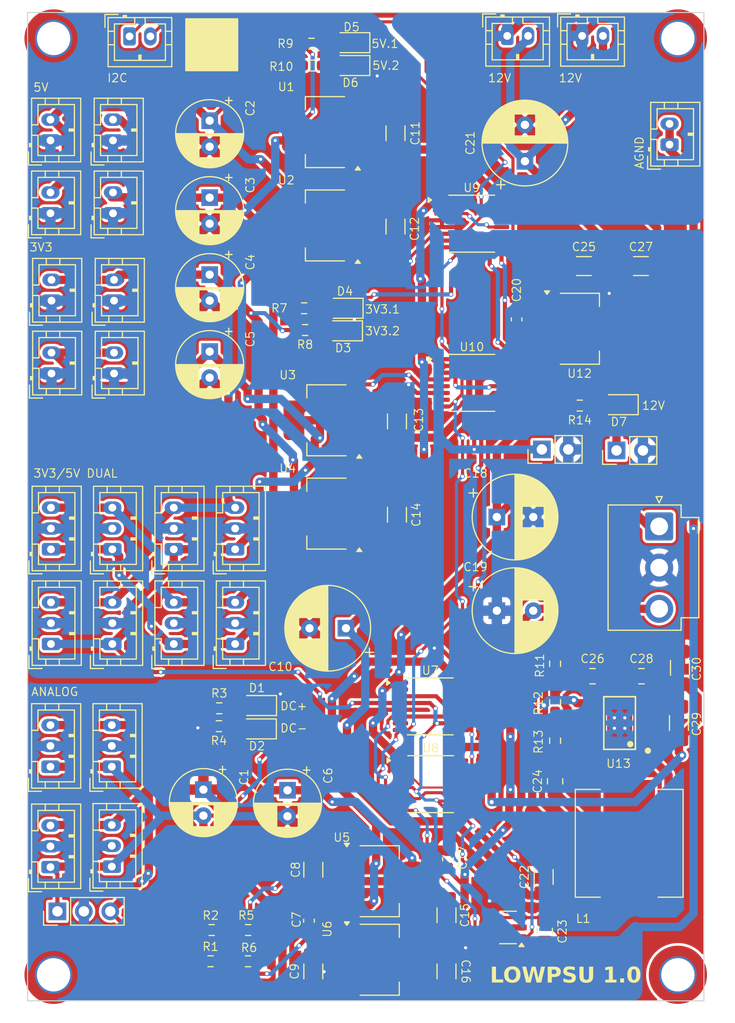
<source format=kicad_pcb>
(kicad_pcb (version 20240108) (generator "pcbnew") (generator_version "8.0")
  (layers (0 "F.Cu" signal) (31 "B.Cu" mixed) (34 "B.Paste" user) (35 "F.Paste" user) (36 "B.SilkS" user "B.Silkscreen") (37 "F.SilkS" user "F.Silkscreen") (38 "B.Mask" user) (39 "F.Mask" user) (44 "Edge.Cuts" user))
  (net 0 "")
  (net 1 "PGND")
  (net 2 "Net-(D1-A)")
  (net 3 "Net-(D2-A)")
  (net 4 "GND")
  (net 5 "7V")
  (net 6 "DC_NEG")
  (net 7 "DC_POS")
  (net 8 "VP")
  (net 9 "VN")
  (net 10 "AGND")
  (net 11 "5V_1")
  (net 12 "5V_2")
  (net 13 "3V3_1")
  (net 14 "3V3_2")
  (net 15 "12V")
  (net 16 "Net-(U13-SW)")
  (net 17 "Net-(D3-A)")
  (net 18 "Net-(D4-A)")
  (net 19 "Net-(D5-A)")
  (net 20 "Net-(D6-A)")
  (net 21 "Net-(D7-A)")
  (net 22 "Net-(U13-BST)")
  (net 23 "RELAYGND")
  (net 24 "7V_5V")
  (net 25 "SDA")
  (net 26 "SCL")
  (net 27 "7V_3V3")
  (net 28 "VP_4_POS")
  (net 29 "VP_SW")
  (net 30 "Net-(C26-Pad1)")
  (net 32 "Net-(U13-SS)")
  (net 33 "Net-(U6-ADJ)")
  (net 34 "Net-(U5-ADJ)")
  (net 35 "Net-(U13-FB)")
  (net 36 "Net-(U13-COMP)")
  (footprint "MountingHole:MountingHole_3.2mm_M3_DIN965_Pad_TopOnly" (layer "F.Cu") (at 102.5 127)
    (property "Reference" "H2" (hide yes))
    (property "Value" "MountingHole")
  )
  (footprint "Capacitor_SMD:C_1206_3216Metric_Pad1.33x1.80mm_HandSolder" (layer "F.Cu") (at 135.5 73.8083 90)
    (property "Reference" "C13")
    (property "Value" "10U")
  )
  (footprint "Capacitor_THT:CP_Radial_D6.3mm_P2.50mm" (layer "F.Cu") (at 117.5 44.900867 -90)
    (property "Reference" "C2")
    (property "Value" "220u 10V")
  )
  (footprint "LED_SMD:LED_0805_2012Metric_Pad1.15x1.40mm_HandSolder" (layer "F.Cu") (at 130.325 65.1 180)
    (property "Reference" "D3")
    (property "Value" "YELLOW")
  )
  (footprint "Connector_JST:JST_PH_B2B-PH-K_1x02_P2.00mm_Vertical" (layer "F.Cu") (at 161.7 47.2 90)
    (property "Reference" "J28" (hide yes))
    (property "Value" "Conn_01x02_Pin")
  )
  (footprint "Resistor_SMD:R_0603_1608Metric_Pad0.98x0.95mm_HandSolder" (layer "F.Cu") (at 127.2875 37.5)
    (property "Reference" "R9")
    (property "Value" "3.3K")
  )
  (footprint "Capacitor_SMD:C_1206_3216Metric_Pad1.33x1.80mm_HandSolder" (layer "F.Cu") (at 162.6 102.8 90)
    (property "Reference" "C29")
    (property "Value" "10U 50V")
  )
  (footprint "Resistor_SMD:R_0603_1608Metric_Pad0.98x0.95mm_HandSolder" (layer "F.Cu") (at 150.7 97.1 90)
    (property "Reference" "R11")
    (property "Value" "22.1K")
  )
  (footprint "Connector_JST:JST_PH_B3B-PH-K_1x03_P2.00mm_Vertical" (layer "F.Cu") (at 108.1 107 90)
    (property "Reference" "J10" (hide yes))
    (property "Value" "Conn_01x03_Male")
  )
  (footprint "Resistor_SMD:R_0603_1608Metric_Pad0.98x0.95mm_HandSolder" (layer "F.Cu") (at 126.5825 62.93 180)
    (property "Reference" "R7")
    (property "Value" "3.3K")
  )
  (footprint "Connector_JST:JST_PH_B3B-PH-K_1x03_P2.00mm_Vertical" (layer "F.Cu") (at 114.05 95.2 90)
    (property "Reference" "J20" (hide yes))
    (property "Value" "Conn_01x03_Male")
  )
  (footprint "Connector_JST:JST_PH_B3B-PH-K_1x03_P2.00mm_Vertical" (layer "F.Cu") (at 108.15 86.1 90)
    (property "Reference" "J14" (hide yes))
    (property "Value" "Conn_01x03_Male")
  )
  (footprint "Capacitor_THT:CP_Radial_D8.0mm_P3.50mm" (layer "F.Cu") (at 145.1 83)
    (property "Reference" "C18")
    (property "Value" "100u 50V")
  )
  (footprint "Connector_JST:JST_PH_B2B-PH-K_1x02_P2.00mm_Vertical" (layer "F.Cu") (at 108.3125 62.2 90)
    (property "Reference" "J16" (hide yes))
    (property "Value" "Conn_01x02_Pin")
  )
  (footprint "Capacitor_THT:CP_Radial_D8.0mm_P3.50mm" (layer "F.Cu") (at 147.8 48.8 90)
    (property "Reference" "C21")
    (property "Value" "25V 220u")
  )
  (footprint "Capacitor_SMD:C_1206_3216Metric_Pad1.33x1.80mm_HandSolder" (layer "F.Cu") (at 153.4675 58.8775)
    (property "Reference" "C25")
    (property "Value" "10u")
  )
  (footprint "MountingHole:MountingHole_3.2mm_M3_DIN965_Pad_TopOnly" (layer "F.Cu") (at 162.5 37)
    (property "Reference" "H3" (hide yes))
    (property "Value" "MountingHole")
  )
  (footprint "Capacitor_THT:CP_Radial_D6.3mm_P2.50mm" (layer "F.Cu") (at 117.5 52.3 -90)
    (property "Reference" "C3")
    (property "Value" "220u 10V")
  )
  (footprint "Resistor_SMD:R_0603_1608Metric_Pad0.98x0.95mm_HandSolder" (layer "F.Cu") (at 121.2 122.7)
    (property "Reference" "R5")
    (property "Value" "800R")
  )
  (footprint "Connector_JST:JST_PH_B2B-PH-K_1x02_P2.00mm_Vertical" (layer "F.Cu") (at 108.2125 46.8 90)
    (property "Reference" "J12" (hide yes))
    (property "Value" "Conn_01x02_Pin")
  )
  (footprint "Connector_JST:JST_PH_B2B-PH-K_1x02_P2.00mm_Vertical" (layer "F.Cu") (at 153.3 36.75)
    (property "Reference" "J25" (hide yes))
    (property "Value" "Conn_01x02_Pin")
  )
  (footprint "Capacitor_SMD:C_1206_3216Metric_Pad1.33x1.80mm_HandSolder" (layer "F.Cu") (at 140.2625 121.2742 -90)
    (property "Reference" "C15")
    (property "Value" "47U")
  )
  (footprint "Connector_JST:JST_PH_B3B-PH-K_1x03_P2.00mm_Vertical" (layer "F.Cu") (at 108.1 116.6 90)
    (property "Reference" "J11" (hide yes))
    (property "Value" "Conn_01x03_Male")
  )
  (footprint "Connector_PinHeader_2.54mm:PinHeader_1x02_P2.54mm_Vertical" (layer "F.Cu") (at 149.425 76.5 90)
    (property "Reference" "J24" (hide yes))
    (property "Value" "Conn_01x02_Pin")
  )
  (footprint "Connector_JST:JST_PH_B3B-PH-K_1x03_P2.00mm_Vertical" (layer "F.Cu") (at 102.2 116.65 90)
    (property "Reference" "J6" (hide yes))
    (property "Value" "Conn_01x03_Male")
  )
  (footprint "Package_SO:TSSOP-16_4.4x5mm_P0.65mm" (layer "F.Cu") (at 142.7 70.1)
    (property "Reference" "U10")
    (property "Value" "INA260")
  )
  (footprint "Connector_JST:JST_PH_B2B-PH-K_1x02_P2.00mm_Vertical" (layer "F.Cu") (at 146.1 36.75)
    (property "Reference" "J23" (hide yes))
    (property "Value" "Conn_01x02_Pin")
  )
  (footprint "Capacitor_THT:CP_Radial_D6.3mm_P2.50mm" (layer "F.Cu") (at 124.9815 109.26 -90)
    (property "Reference" "C6")
    (property "Value" "220u 10V")
  )
  (footprint "Package_SO:TSSOP-16_4.4x5mm_P0.65mm" (layer "F.Cu") (at 142.6875 54.8)
    (property "Reference" "U9")
    (property "Value" "INA260")
  )
  (footprint "MountingHole:MountingHole_3.2mm_M3_DIN965_Pad_TopOnly" (layer "F.Cu") (at 102.5 37)
    (property "Reference" "H1" (hide yes))
    (property "Value" "MountingHole")
  )
  (footprint "Connector_JST:JST_PH_B3B-PH-K_1x03_P2.00mm_Vertical" (layer "F.Cu") (at 102.25 86.1 90)
    (property "Reference" "J3" (hide yes))
    (property "Value" "Conn_01x03_Male")
  )
  (footprint "LED_SMD:LED_0805_2012Metric_Pad1.15x1.40mm_HandSolder" (layer "F.Cu") (at 122.045 103.365 180)
    (property "Reference" "D2")
    (property "Value" "BLUE")
  )
  (footprint "Resistor_SMD:R_0603_1608Metric_Pad0.98x0.95mm_HandSolder" (layer "F.Cu") (at 153.0675 72.285)
    (property "Reference" "R14")
    (property "Value" "3.3K")
  )
  (footprint "Capacitor_SMD:C_1206_3216Metric_Pad1.33x1.80mm_HandSolder" (layer "F.Cu") (at 127.4625 126.6742 -90)
    (property "Reference" "C9")
    (property "Value" "47U")
  )
  (footprint "Connector_JST:JST_PH_B2B-PH-K_1x02_P2.00mm_Vertical" (layer "F.Cu") (at 108.3125 69.2 90)
    (property "Reference" "J17" (hide yes))
    (property "Value" "Conn_01x02_Pin")
  )
  (footprint "Capacitor_THT:CP_Radial_D6.3mm_P2.50mm" (layer "F.Cu") (at 116.9 109.2 -90)
    (property "Reference" "C1")
    (property "Value" "220u 10V")
  )
  (footprint "Capacitor_SMD:C_1206_3216Metric_Pad1.33x1.80mm_HandSolder" (layer "F.Cu") (at 135.36 55.0791 -90)
    (property "Reference" "C12")
    (property "Value" "10U")
  )
  (footprint "Connector_JST:JST_PH_B3B-PH-K_1x03_P2.00mm_Vertical" (layer "F.Cu") (at 108.15 95.2 90)
    (property "Reference" "J15" (hide yes))
    (property "Value" "Conn_01x03_Male")
  )
  (footprint "Connector_JST:JST_PH_B3B-PH-K_1x03_P2.00mm_Vertical" (layer "F.Cu") (at 119.95 95.2 90)
    (property "Reference" "J22" (hide yes))
    (property "Value" "Conn_01x03_Male")
  )
  (footprint "Resistor_SMD:R_0603_1608Metric_Pad0.98x0.95mm_HandSolder" (layer "F.Cu") (at 150.7 100.8 90)
    (property "Reference" "R12")
    (property "Value" "86.6k")
  )
  (footprint "Resistor_SMD:R_0603_1608Metric_Pad0.98x0.95mm_HandSolder" (layer "F.Cu") (at 117.5875 125.7)
    (property "Reference" "R1")
    (property "Value" "120R")
  )
  (footprint "Capacitor_THT:CP_Radial_D8.0mm_P3.50mm" (layer "F.Cu") (at 130.6 93.6883 180)
    (property "Reference" "C10")
    (property "Value" "10V 470u")
  )
  (footprint "Package_TO_SOT_SMD:SOT-223-3_TabPin2" (layer "F.Cu") (at 128.61 46 180)
    (property "Reference" "U1")
    (property "Value" "AMS1117-5.0")
  )
  (footprint "Package_TO_SOT_SMD:SOT-223-3_TabPin2" (layer "F.Cu") (at 133.8125 125.5542)
    (property "Reference" "U6")
    (property "Value" "LM337_SOT223")
  )
  (footprint "LED_SMD:LED_0805_2012Metric_Pad1.15x1.40mm_HandSolder" (layer "F.Cu") (at 131.0325 39.6 180)
    (property "Reference" "D6")
    (property "Value" "BLUE")
  )
  (footprint "easyeda2kicad:SOIC-8_L4.9-W3.9-P1.27-LS6.0-BL-EP" (layer "F.Cu") (at 156.9 102.8 90)
    (property "Reference" "U13")
    (property "Value" "AP64351SP-13")
  )
  (footprint "LED_SMD:LED_0805_2012Metric_Pad1.15x1.40mm_HandSolder" (layer "F.Cu") (at 122.0673 101.1185 180)
    (property "Reference" "D1")
    (property "Value" "YELLOW")
  )
  (footprint "Resistor_SMD:R_0603_1608Metric_Pad0.98x0.95mm_HandSolder" (layer "F.Cu") (at 121.1875 125.7)
    (property "Reference" "R6")
    (property "Value" "800R")
  )
  (footprint "Package_TO_SOT_SMD:SOT-223" (layer "F.Cu") (at 153.05 64.9)
    (property "Reference" "U12")
    (property "Value" "NCP1117-12")
  )
  (footprint "Resistor_SMD:R_0603_1608Metric_Pad0.98x0.95mm_HandSolder" (layer "F.Cu") (at 150.7 104.5 90)
    (property "Reference" "R13")
    (property "Value" "170K")
  )
  (footprint "Package_TO_SOT_SMD:SOT-223-3_TabPin2" (layer "F.Cu") (at 128.61 54.9708 180)
    (property "Reference" "U2")
    (property "Value" "AMS1117-5.0")
  )
  (footprint "Package_SO:TSSOP-16_4.4x5mm_P0.65mm" (layer "F.Cu") (at 138.7375 108.675)
    (property "Reference" "U8")
    (property "Value" "INA260")
  )
  (footprint "Resistor_SMD:R_0603_1608Metric_Pad0.98x0.95mm_HandSolder" (layer "F.Cu") (at 126.6675 65.025)
    (property "Reference" "R8")
    (property "Value" "3.3K")
  )
  (footprint "Connector_JST:JST_PH_B2B-PH-K_1x02_P2.00mm_Vertical" (layer "F.Cu") (at 102.3 62.2 90)
    (property "Reference" "J7" (hide yes))
    (property "Value" "Conn_01x02_Pin")
  )
  (footprint "Package_TO_SOT_SMD:SOT-223-3_TabPin2" (layer "F.Cu") (at 128.75 73.7 180)
    (property "Reference" "U3")
    (property "Value" "ZLDO1117QG33TA")
  )
  (footprint "Capacitor_SMD:C_0805_2012Metric_Pad1.18x1.45mm_HandSolder" (layer "F.Cu") (at 159 98.3)
    (property "Reference" "C28")
    (property "Value" "10n")
  )
  (footprint "Resistor_SMD:R_0603_1608Metric_Pad0.98x0.95mm_HandSolder" (layer "F.Cu") (at 127.375 39.6)
    (property "Reference" "R10")
    (property "Value" "3.3K")
  )
  (footprint "Capacitor_SMD:C_0805_2012Metric_Pad1.18x1.45mm_HandSolder" (layer "F.Cu") (at 154.3 98.3)
    (property "Reference" "C26")
    (property "Value" "0.22u")
  )
  (footprint "Connector_JST:JST_PH_B2B-PH-K_1x02_P2.00mm_Vertical" (layer "F.Cu") (at 102.2 53.8 90)
    (property "Reference" "J2" (hide yes))
    (property "Value" "Conn_01x02_Pin")
  )
  (footprint "Package_TO_SOT_SMD:SOT-223-3_TabPin2" (layer "F.Cu") (at 128.75 82.6708 180)
    (property "Reference" "U4")
    (property "Value" "ZLDO1117QG33TA")
  )
  (footprint "Capacitor_SMD:C_0603_1608Metric_Pad1.08x0.95mm_HandSolder" (layer "F.Cu") (at 140.4 115.9 -90)
    (property "Reference" "C17")
    (property "Value" "0.1U")
  )
  (footprint "Connector_JST:JST_PH_B3B-PH-K_1x03_P2.00mm_Vertical" (layer "F.Cu") (at 114.05 86.1 90)
    (property "Reference" "J19" (hide yes))
    (property "Value" "Conn_01x03_Male")
  )
  (footprint "Capacitor_SMD:C_1206_3216Metric_Pad1.33x1.80mm_HandSolder" (layer "F.Cu") (at 140.2625 126.6742 -90)
    (property "Reference" "C16")
    (property "Value" "10u")
  )
  (footprint "Capacitor_SMD:C_1206_3216Metric_Pad1.33x1.80mm_HandSolder" (layer "F.Cu") (at 158.9475 58.8775)
    (property "Reference" "C27")
    (property "Value" "47U")
  )
  (footprint "Connector_JST:JST_PH_B2B-PH-K_1x02_P2.00mm_Vertical" (layer "F.Cu") (at 108.2125 53.8 90)
    (property "Reference" "J13" (hide yes))
    (property "Value" "Conn_01x02_Pin")
  )
  (footprint "LED_SMD:LED_0805_2012Metric_Pad1.15x1.40mm_HandSolder" (layer "F.Cu") (at 130.3825 62.93 180)
    (property "Reference" "D4")
    (property "Value" "YELLOW")
  )
  (footprint "Package_SO:TSSOP-16_4.4x5mm_P0.65mm" (layer "F.Cu") (at 138.7 101.2)
    (property "Reference" "U7")
    (property "Value" "INA260")
  )
  (footprint "Resistor_SMD:R_0603_1608Metric_Pad0.98x0.95mm_HandSolder" (layer "F.Cu") (at 117.7 122.7)
    (property "Reference" "R2")
    (property "Value" "120R")
  )
  (footprint "Connector_JST:JST_PH_B3B-PH-K_1x03_P2.00mm_Vertical" (layer "F.Cu") (at 102.25 95.2 90)
    (property "Reference" "J4" (hide yes))
    (property "Value" "Conn_01x03_Male")
  )
  (footprint "Capacitor_THT:CP_Radial_D8.0mm_P3.50mm" (layer "F.Cu") (at 145.1 92)
    (property "Reference" "C19")
    (property "Value" "100u 50V")
  )
  (footprint "Package_TO_SOT_SMD:SOT-23-6" (layer "F.Cu") (at 146.175 122.45 180)
    (property "Reference" "U11" (hide yes))
    (property "Value" "TMP100")
  )
  (footprint "Capacitor_SMD:C_1206_3216Metric_Pad1.33x1.80mm_HandSolder" (layer "F.Cu") (at 162.7 97.5 90)
    (property "Reference" "C30")
    (property "Value" "10U 50V")
  )
  (footprint "Connector_JST:JST_PH_B2B-PH-K_1x02_P2.00mm_Vertical" (layer "F.Cu") (at 109.8 36.8)
    (property "Reference" "J18" (hide yes))
    (property "Value" "Conn_01x02_Male")
  )
  (footprint "Connector_JST:JST_PH_B3B-PH-K_1x03_P2.00mm_Vertical" (layer "F.Cu") (at 119.95 86.1 90)
    (property "Reference" "J21" (hide yes))
    (property "Value" "Conn_01x03_Male")
  )
  (footprint "Capacitor_THT:CP_Radial_D6.3mm_P2.50mm" (layer "F.Cu") (at 117.5 59.699133 -90)
    (property "Reference" "C4")
    (property "Value" "220u 10V")
  )
  (footprint "Inductor_SMD:L_Vishay_IHLP-4040" (layer "F.Cu") (at 157.82 114.36 -90)
    (property "Reference" "L1")
    (property "Value" "10uH 21mOhm 5A")
  )
  (footprint "Connector_JST:JST_PH_B2B-PH-K_1x02_P2.00mm_Vertical" (layer "F.Cu") (at 102.3 69.2 90)
    (property "Reference" "J8" (hide yes))
    (property "Value" "Conn_01x02_Pin")
  )
  (footprint "Capacitor_SMD:C_1206_3216Metric_Pad1.33x1.80mm_HandSolder" (layer "F.Cu") (at 127.4625 116.9042 90)
    (property "Reference" "C8")
    (property "Value" "10u")
  )
  (footprint "Connector_JST:JST_PH_B2B-PH-K_1x02_P2.00mm_Vertical" (layer "F.Cu") (at 102.2 46.8 90)
    (property "Reference" "J1" (hide yes))
    (property "Value" "Conn_01x02_Pin")
  )
  (footprint "Capacitor_SMD:C_1206_3216Metric_Pad1.33x1.80mm_HandSolder" (layer "F.Cu") (at 149.6 117.6 90)
    (property "Reference" "C22")
    (property "Value" "10U 50V")
  )
  (footprint "Capacitor_SMD:C_1206_3216Metric_Pad1.33x1.80mm_HandSolder" (layer "F.Cu") (at 135.5 82.7791 -90)
    (property "Reference" "C14")
    (property "Value" "10U")
  )
  (footprint "LED_SMD:LED_0805_2012Metric_Pad1.15x1.40mm_HandSolder" (layer "F.Cu") (at 156.825 72.2 180)
    (property "Reference" "D7")
    (property "Value" "BLUE")
  )
  (footprint "Capacitor_SMD:C_0603_1608Metric_Pad1.08x0.95mm_HandSolder" (layer "F.Cu") (at 127.0425 121.8042 -90)
    (property "Reference" "C7")
    (property "Value" "0.1U")
  )
  (footprint "Connector_JST:JST_PH_B3B-PH-K_1x03_P2.00mm_Vertical" (layer "F.Cu") (at 102.2 107 90)
    (property "Reference" "J5" (hide yes))
    (property "Value" "Conn_01x03_Male")
  )
  (footprint "Resistor_SMD:R_0603_1608Metric_Pad0.98x0.95mm_HandSolder" (layer "F.Cu") (at 118.4223 101.3835)
    (property "Reference" "R3")
    (property "Value" "3.3K")
  )
  (footprint "Capacitor_THT:CP_Radial_D6.3mm_P2.50mm" (layer "F.Cu") (at 117.5 67.098267 -90)
    (property "Reference" "C5")
    (property "Value" "220u 10V")
  )
  (footprint "MountingHole:MountingHole_3.2mm_M3_DIN965_Pad_TopOnly" (layer "F.Cu") (at 162.5 127)
    (property "Reference" "H4" (hide yes))
    (property "Value" "MountingHole")
  )
  (footprint "Capacitor_SMD:C_0805_2012Metric_Pad1.18x1.45mm_HandSolder" (layer "F.Cu") (at 150.7 108.4 90)
    (property "Reference" "C24")
    (property "Value" "0.1u")
  )
  (footprint "Resistor_SMD:R_0603_1608Metric_Pad0.98x0.95mm_HandSolder" (layer "F.Cu") (at 118.3875 103.1)
    (property "Reference" "R4")
    (property "Value" "3.3K")
  )
  (footprint "Connector_PinHeader_2.54mm:PinHeader_1x03_P2.54mm_Vertical" (layer "F.Cu") (at 102.87 120.9 90)
    (property "Reference" "J9" (hide yes))
    (property "Value" "Conn_01x03_Pin")
  )
  (footprint "Capacitor_SMD:C_0603_1608Metric_Pad1.08x0.95mm_HandSolder" (layer "F.Cu") (at 147 64 -90)
    (property "Reference" "C20")
    (property "Value" "0.1U")
  )
  (footprint "Package_TO_SOT_SMD:SOT-223-3_TabPin2" (layer "F.Cu") (at 133.8125 118.0042)
    (property "Reference" "U5")
    (property "Value" "LM317_SOT-223")
  )
  (footprint "Capacitor_SMD:C_0805_2012Metric_Pad1.18x1.45mm_HandSolder" (layer "F.Cu") (at 149.7 122.8 90)
    (property "Reference" "C23")
    (property "Value" "0.1u")
  )
  (footprint "Connector_JST:JST_VH_B3P-VH_1x03_P3.96mm_Vertical" (layer "F.Cu") (at 160.7 83.9 -90)
    (property "Reference" "J27" (hide yes))
    (property "Value" "Conn_01x03_Male")
  )
  (footprint "LED_SMD:LED_0805_2012Metric_Pad1.15x1.40mm_HandSolder" (layer "F.Cu") (at 131.0325 37.4 180)
    (property "Reference" "D5")
    (property "Value" "BLUE")
  )
  (footprint "Capacitor_SMD:C_1206_3216Metric_Pad1.33x1.80mm_HandSolder" (layer "F.Cu") (at 135.36 46.1083 90)
    (property "Reference" "C11")
    (property "Value" "10U")
  )
  (footprint "Connector_PinHeader_2.54mm:PinHeader_1x02_P2.54mm_Vertical" (layer "F.Cu") (at 156.6 76.6 90)
    (property "Reference" "J26" (hide yes))
    (property "Value" "Conn_01x02_Pin")
  )
  (gr_rect (start 115.2 35.1) (end 120.2 40.1) (stroke (width 0.1)) (fill solid) (layer "F.SilkS"))
  (gr_line (start 165 34.5) (end 165 129.5) (stroke (width 0.1)) (layer "Edge.Cuts"))
  (gr_line (start 100 129.5) (end 100 34.5) (stroke (width 0.1)) (layer "Edge.Cuts"))
  (gr_line (start 100 34.5) (end 165 34.5) (stroke (width 0.1)) (layer "Edge.Cuts"))
  (gr_line (start 165 129.5) (end 100 129.5) (stroke (width 0.1)) (layer "Edge.Cuts"))
  (gr_text "3V3/5V DUAL" (at 100.5 78.8 0) (layer "F.SilkS") (effects (font (size 0.8 0.8) (thickness 0.1)) (justify left)))
  (gr_text "3V3" (at 100.13 57.07 0) (layer "F.SilkS") (effects (font (size 0.8 0.8) (thickness 0.1)) (justify left)))
  (gr_text "DC+" (at 124.222288 101.163462 0) (layer "F.SilkS") (effects (font (size 0.8 0.8) (thickness 0.1)) (justify left)))
  (gr_text "LOWPSU 1.0" (at 159 128 0) (layer "F.SilkS") (effects (font (size 1.5 1.5) (thickness 0.3) (bold yes)) (justify right bottom)))
  (gr_text "5V" (at 100.5 41.7 0) (layer "F.SilkS") (effects (font (size 0.8 0.8) (thickness 0.1)) (justify left)))
  (gr_text "5V.2" (at 133.075 39.6 0) (layer "F.SilkS") (effects (font (size 0.8 0.8) (thickness 0.1)) (justify left)))
  (gr_text "5V.1" (at 132.9875 37.5 0) (layer "F.SilkS") (effects (font (size 0.8 0.8) (thickness 0.1)) (justify left)))
  (gr_text "I2C" (at 107.6 40.8 0) (layer "F.SilkS") (effects (font (size 0.8 0.8) (thickness 0.1)) (justify left)))
  (gr_text "12V" (at 151 40.8 0) (layer "F.SilkS") (effects (font (size 0.8 0.8) (thickness 0.1)) (justify left)))
  (gr_text "3V3.1\n" (at 132.3675 63.03 0) (layer "F.SilkS") (effects (font (size 0.8 0.8) (thickness 0.1)) (justify left)))
  (gr_text "ANALOG" (at 100.3 99.8 0) (layer "F.SilkS") (effects (font (size 0.8 0.8) (thickness 0.1)) (justify left)))
  (gr_text "12V" (at 158.98 72.285 0) (layer "F.SilkS") (effects (font (size 0.8 0.8) (thickness 0.1)) (justify left)))
  (gr_text "DC-" (at 124.222288 103.3 0) (layer "F.SilkS") (effects (font (size 0.8 0.8) (thickness 0.1)) (justify left)))
  (gr_text "AGND\n" (at 158.8 49.6 90) (layer "F.SilkS") (effects (font (size 0.8 0.8) (thickness 0.1)) (justify left)))
  (gr_text "12V" (at 144.2 40.8 0) (layer "F.SilkS") (effects (font (size 0.8 0.8) (thickness 0.1)) (justify left)))
  (gr_text "3V3.2" (at 132.3675 65.125 0) (layer "F.SilkS") (effects (font (size 0.8 0.8) (thickness 0.1)) (justify left)))
  (segment (start 154.8 62.6) (end 155.9 61.5) (width 0.4) (layer "F.Cu") (net 1))
  (segment (start 149.9 62.6) (end 154.8 62.6) (width 0.4) (layer "F.Cu") (net 1))
  (via (at 144.4 119.9) (size 0.45) (drill 0.3) (layers "F.Cu" "B.Cu") (net 1))
  (via (at 155.9 61.5) (size 0.45) (drill 0.3) (layers "F.Cu" "B.Cu") (net 1))
  (segment (start 116.9 109.2) (end 119.46 111.76) (width 0.8) (layer "B.Cu") (net 1))
  (segment (start 119.46 111.76) (end 124.9815 111.76) (width 0.8) (layer "B.Cu") (net 1))
  (segment (start 121.0423 101.1185) (end 119.3798 101.1185) (width 0.4) (layer "F.Cu") (net 2))
  (segment (start 121.02 103.295) (end 119.305 103.295) (width 0.4) (layer "F.Cu") (net 3))
  (segment (start 134.4 108) (end 134.4 108.901668) (width 0.3) (layer "F.Cu") (net 4))
  (segment (start 141.5625 102.175) (end 142.359878 102.175) (width 0.4) (layer "F.Cu") (net 4))
  (segment (start 142.7 101.834878) (end 142.7 98.615122) (width 0.4) (layer "F.Cu") (net 4))
  (segment (start 139.025 55.775) (end 139.825 55.775) (width 0.3) (layer "F.Cu") (net 4))
  (segment (start 131.4075 62.93) (end 131.4075 64) (width 0.4) (layer "F.Cu") (net 4))
  (segment (start 137.100458 110.070205) (end 136.680253 109.65) (width 0.3) (layer "F.Cu") (net 4))
  (segment (start 142.925 73.375) (end 142.925 76.5) (width 0.4) (layer "F.Cu") (net 4))
  (segment (start 137.670203 110.070205) (end 137.100458 110.070205) (width 0.3) (layer "F.Cu") (net 4))
  (segment (start 142.359878 102.175) (end 142.7 101.834878) (width 0.4) (layer "F.Cu") (net 4))
  (segment (start 132.1125 37.5) (end 132.1125 39.48) (width 0.8) (layer "F.Cu") (net 4))
  (segment (start 139.93995 109.65) (end 139.78995 109.5) (width 0.3) (layer "F.Cu") (net 4))
  (segment (start 142.7 98.615122) (end 139.684878 95.6) (width 0.4) (layer "F.Cu") (net 4))
  (segment (start 137.420404 71.075) (end 136.622702 70.277298) (width 0.4) (layer "F.Cu") (net 4))
  (segment (start 134.629344 102.570656) (end 134.629344 103.115638) (width 0.3) (layer "F.Cu") (net 4))
  (segment (start 139.025 55.775) (end 136.8 58) (width 0.3) (layer "F.Cu") (net 4))
  (segment (start 143.209106 55.775) (end 140.625 58.359106) (width 0.3) (layer "F.Cu") (net 4))
  (segment (start 144.425 71.875) (end 142.925 73.375) (width 0.4) (layer "F.Cu") (net 4))
  (segment (start 138.240408 109.5) (end 137.670203 110.070205) (width 0.3) (layer "F.Cu") (net 4))
  (segment (start 139.8375 71.075) (end 137.420404 71.075) (width 0.4) (layer "F.Cu") (net 4))
  (segment (start 144.425 71.415122) (end 144.425 71.875) (width 0.4) (layer "F.Cu") (net 4))
  (segment (start 131.4075 62.93) (end 131.4075 65.0425) (width 0.4) (layer "F.Cu") (net 4))
  (segment (start 135.025 102.175) (end 135.8375 102.175) (width 0.3) (layer "F.Cu") (net 4))
  (segment (start 145.5625 71.075) (end 144.765122 71.075) (width 0.4) (layer "F.Cu") (net 4))
  (segment (start 134.4 108.901668) (end 135.148332 109.65) (width 0.3) (layer "F.Cu") (net 4))
  (segment (start 136.680253 109.65) (end 135.875 109.65) (width 0.3) (layer "F.Cu") (net 4))
  (segment (start 132.535 39.535) (end 133.6 40.6) (width 0.4) (layer "F.Cu") (net 4))
  (segment (start 139.78995 109.5) (end 138.240408 109.5) (width 0.3) (layer "F.Cu") (net 4))
  (segment (start 141.5625 102.175) (end 135.8375 102.175) (width 0.4) (layer "F.Cu") (net 4))
  (segment (start 139.684878 95.6) (end 139.1 95.6) (width 0.4) (layer "F.Cu") (net 4))
  (segment (start 136.8 58) (end 136.8 58.4) (width 0.3) (layer "F.Cu") (net 4))
  (segment (start 145.55 55.775) (end 143.209106 55.775) (width 0.3) (layer "F.Cu") (net 4))
  (segment (start 141.6 109.65) (end 139.93995 109.65) (width 0.3) (layer "F.Cu") (net 4))
  (segment (start 134.629344 102.570656) (end 135.025 102.175) (width 0.3) (layer "F.Cu") (net 4))
  (segment (start 132.0575 39.535) (end 132.535 39.535) (width 0.4) (layer "F.Cu") (net 4))
  (segment (start 135.875 109.65) (end 135.148332 109.65) (width 0.3) (layer "F.Cu") (net 4))
  (segment (start 144.765122 71.075) (end 144.425 71.415122) (width 0.4) (layer "F.Cu") (net 4))
  (via (at 134.629344 103.115638) (size 0.45) (drill 0.3) (layers "F.Cu" "B.Cu") (net 4))
  (via (at 136.622702 70.277298) (size 0.45) (drill 0.3) (layers "F.Cu" "B.Cu") (net 4))
  (via (at 131.4075 64) (size 0.45) (drill 0.3) (layers "F.Cu" "B.Cu") (net 4))
  (via (at 136.8 58.4) (size 0.45) (drill 0.3) (layers "F.Cu" "B.Cu") (net 4))
  (via (at 140.625 58.359106) (size 0.45) (drill 0.3) (layers "F.Cu" "B.Cu") (net 4))
  (via (at 133.6 40.6) (size 0.45) (drill 0.3) (layers "F.Cu" "B.Cu") (net 4))
  (via (at 142.925 76.5) (size 0.45) (drill 0.3) (layers "F.Cu" "B.Cu") (net 4))
  (via (at 134.4 108) (size 0.45) (drill 0.3) (layers "F.Cu" "B.Cu") (net 4))
  (via (at 139.1 95.6) (size 0.45) (drill 0.3) (layers "F.Cu" "B.Cu") (net 4))
  (segment (start 133.980761 108) (end 134.4 108) (width 0.3) (layer "B.Cu") (net 4))
  (segment (start 133.45 104.294982) (end 133.45 107.469239) (width 0.3) (layer "B.Cu") (net 4))
  (segment (start 140.625 58.359106) (end 138.059106 60.925) (width 0.3) (layer "B.Cu") (net 4))
  (segment (start 138.059106 60.925) (end 136.5 60.925) (width 0.3) (layer "B.Cu") (net 4))
  (segment (start 134.629344 103.115638) (end 133.45 104.294982) (width 0.3) (layer "B.Cu") (net 4))
  (segment (start 133.45 107.469239) (end 133.980761 108) (width 0.3) (layer "B.Cu") (net 4))
  (segment (start 140.8 76.5) (end 139.45 75.15) (width 0.8) (layer "B.Cu") (net 4))
  (segment (start 149.425 76.5) (end 140.8 76.5) (width 0.8) (layer "B.Cu") (net 4))
  (segment (start 141.125 69.615122) (end 141.125 70.338823) (width 0.4) (layer "F.Cu") (net 5))
  (segment (start 139.8375 68.475) (end 137.9 66.5375) (width 0.8) (layer "F.Cu") (net 5))
  (segment (start 137.9 66.3) (end 137.9 60.254308) (width 0.8) (layer "F.Cu") (net 5))
  (segment (start 145.5625 70.425) (end 144.468587 70.425) (width 0.4) (layer "F.Cu") (net 5))
  (segment (start 144.325 55.125) (end 144.1 54.9) (width 0.3) (layer "F.Cu") (net 5))
  (segment (start 137.9 60.254308) (end 137.749213 60.103521) (width 0.8) (layer "F.Cu") (net 5))
  (segment (start 139.8375 69.125) (end 140.634878 69.125) (width 0.4) (layer "F.Cu") (net 5))
  (segment (start 137.9 66.5375) (end 137.9 66.3) (width 0.8) (layer "F.Cu") (net 5))
  (segment (start 156.0675 118.8675) (end 148.5 111.3) (width 1.4) (layer "F.Cu") (net 5))
  (segment (start 139.825 53.825) (end 139.825 53.175) (width 0.4) (layer "F.Cu") (net 5))
  (segment (start 134.964214 112.25) (end 130.7 107.985786) (width 0.8) (layer "F.Cu") (net 5))
  (segment (start 138.1 86.4) (end 130.8117 93.6883) (width 0.8) (layer "F.Cu") (net 5))
  (segment (start 157.82 119.36) (end 148.126547 119.36) (width 0.8) (layer "F.Cu") (net 5))
  (segment (start 150.225 105.4125) (end 148.5 107.1375) (width 0.8) (layer "F.Cu") (net 5))
  (segment (start 145.55 55.125) (end 144.325 55.125) (width 0.3) (layer "F.Cu") (net 5))
  (segment (start 139.075 52.525) (end 138.05 53.55) (width 0.8) (layer "F.Cu") (net 5))
  (segment (start 139.825 52.525) (end 139.075 52.525) (width 0.8) (layer "F.Cu") (net 5))
  (segment (start 130.7 107.985786) (end 130.7 103) (width 0.8) (layer "F.Cu") (net 5))
  (segment (start 142.225 53.825) (end 139.825 53.825) (width 0.3) (layer "F.Cu") (net 5))
  (segment (start 139.8375 69.125) (end 139.8375 68.475) (width 0.4) (layer "F.Cu") (net 5))
  (segment (start 141.016547 112.25) (end 134.964214 112.25) (width 0.8) (layer "F.Cu") (net 5))
  (segment (start 144.468587 70.425) (end 144.353752 70.539835) (width 0.4) (layer "F.Cu") (net 5))
  (segment (start 139.8375 67.825) (end 139.8375 68.475) (width 0.4) (layer "F.Cu") (net 5))
  (segment (start 148.5 107.1375) (end 148.5 111.3) (width 0.8) (layer "F.Cu") (net 5))
  (segment (start 139.825 52.525) (end 139.825 53.175) (width 0.4) (layer "F.Cu") (net 5))
  (segment (start 148.126547 119.36) (end 141.016547 112.25) (width 0.8) (layer "F.Cu") (net 5))
  (segment (start 150.7 105.4125) (end 150.225 105.4125) (width 0.8) (layer "F.Cu") (net 5))
  (segment (start 138.1 76.5) (end 138.1 86.4) (width 0.8) (layer "F.Cu") (net 5))
  (segment (start 142.5 54.1) (end 142.225 53.825) (width 0.3) (layer "F.Cu") (net 5))
  (segment (start 140.634878 69.125) (end 141.125 69.615122) (width 0.4) (layer "F.Cu") (net 5))
  (segment (start 157.82 118.8675) (end 156.0675 118.8675) (width 1.4) (layer "F.Cu") (net 5))
  (segment (start 137.9 66.3) (end 137.9 68.1) (width 0.8) (layer "F.Cu") (net 5))
  (via (at 130.7 103) (size 0.45) (drill 0.3) (layers "F.Cu" "B.Cu") (net 5))
  (via (at 141.125 70.338823) (size 0.45) (drill 0.3) (layers "F.Cu" "B.Cu") (net 5))
  (via (at 138.05 53.55) (size 0.45) (drill 0.3) (layers "F.Cu" "B.Cu") (net 5))
  (via (at 144.353752 70.539835) (size 0.45) (drill 0.3) (layers "F.Cu" "B.Cu") (net 5))
  (via (at 142.5 54.1) (size 0.45) (drill 0.3) (layers "F.Cu" "B.Cu") (net 5))
  (via (at 138.1 76.5) (size 0.45) (drill 0.3) (layers "F.Cu" "B.Cu") (net 5))
  (via (at 137.9 68.1) (size 0.45) (drill 0.3) (layers "F.Cu" "B.Cu") (net 5))
  (via (at 144.1 54.9) (size 0.45) (drill 0.3) (layers "F.Cu" "B.Cu") (net 5))
  (via (at 137.749213 60.103521) (size 0.45) (drill 0.3) (layers "F.Cu" "B.Cu") (net 5))
  (segment (start 144.353752 70.539835) (end 141.326012 70.539835) (width 0.4) (layer "B.Cu") (net 5))
  (segment (start 138.1 76.5) (end 138.1 68.3) (width 0.8) (layer "B.Cu") (net 5))
  (segment (start 144.1 54.9) (end 143.3 54.9) (width 0.3) (layer "B.Cu") (net 5))
  (segment (start 141.326012 70.539835) (end 141.125 70.338823) (width 0.4) (layer "B.Cu") (net 5))
  (segment (start 132.45 101.25) (end 130.7 103) (width 0.8) (layer "B.Cu") (net 5))
  (segment (start 130.6 93.6883) (end 132.45 95.5383) (width 0.8) (layer "B.Cu") (net 5))
  (segment (start 137.749213 60.103521) (end 137.749213 53.850787) (width 0.8) (layer "B.Cu") (net 5))
  (segment (start 138.1 68.3) (end 137.9 68.1) (width 0.8) (layer "B.Cu") (net 5))
  (segment (start 137.749213 53.850787) (end 138.05 53.55) (width 0.8) (layer "B.Cu") (net 5))
  (segment (start 143.3 54.9) (end 142.5 54.1) (width 0.3) (layer "B.Cu") (net 5))
  (segment (start 132.45 95.5383) (end 132.45 101.25) (width 0.8) (layer "B.Cu") (net 5))
  (segment (start 108.1 116.6) (end 102.25 116.6) (width 0.8) (layer "F.Cu") (net 6))
  (segment (start 119.2117 128.2367) (end 124.9367 128.2367) (width 0.4) (layer "F.Cu") (net 6))
  (segment (start 116.9 111.7) (end 116.9 114) (width 0.8) (layer "F.Cu") (net 6))
  (segment (start 118.8 111.7) (end 116.9 111.7) (width 0.4) (layer "F.Cu") (net 6))
  (segment (start 124.5 121.6) (end 124.5 127.9) (width 0.8) (layer "F.Cu") (net 6))
  (segment (start 120.7 109.8) (end 118.8 111.7) (width 0.4) (layer "F.Cu") (net 6))
  (segment (start 123.07 103.295) (end 123.07 105.53) (width 0.4) (layer "F.Cu") (net 6))
  (segment (start 116.675 125.7) (end 119.2117 128.2367) (width 0.4) (layer "F.Cu") (net 6))
  (segment (start 124.9367 128.2367) (end 127.4625 128.2367) (width 0.8) (layer "F.Cu") (net 6))
  (segment (start 124.6 127.9) (end 124.9367 128.2367) (width 0.8) (layer "F.Cu") (net 6))
  (segment (start 108 107) (end 102.1 107) (width 0.8) (layer "F.Cu") (net 6))
  (segment (start 116.9 114) (end 124.5 121.6) (width 0.8) (layer "F.Cu") (net 6))
  (segment (start 124.5 127.9) (end 124.6 127.9) (width 0.8) (layer "F.Cu") (net 6))
  (segment (start 102.87 120.9) (end 102.87 117.32) (width 0.4) (layer "F.Cu") (net 6))
  (segment (start 123.07 105.53) (end 122.3 106.3) (width 0.4) (layer "F.Cu") (net 6))
  (segment (start 130.28 128.2367) (end 130.6625 127.8542) (width 0.8) (layer "F.Cu") (net 6))
  (segment (start 102.87 117.32) (end 102.2 116.65) (width 0.4) (layer "F.Cu") (net 6))
  (segment (start 127.4625 128.2367) (end 130.28 128.2367) (width 0.8) (layer "F.Cu") (net 6))
  (via (at 122.3 106.3) (size 0.45) (drill 0.3) (layers "F.Cu" "B.Cu") (net 6))
  (via (at 120.7 109.8) (size 0.45) (drill 0.3) (layers "F.Cu" "B.Cu") (net 6))
  (segment (start 112.7 111.7) (end 108 107) (width 0.8) (layer "B.Cu") (net 6))
  (segment (start 116.9 111.7) (end 112.7 111.7) (width 0.8) (layer "B.Cu") (net 6))
  (segment (start 122.3 108.2) (end 120.7 109.8) (width 0.4) (layer "B.Cu") (net 6))
  (segment (start 116.9 111.7) (end 113 111.7) (width 0.8) (layer "B.Cu") (net 6))
  (segment (start 113 111.7) (end 108.1 116.6) (width 0.8) (layer "B.Cu") (net 6))
  (segment (start 122.3 106.3) (end 122.3 108.2) (width 0.4) (layer "B.Cu") (net 6))
  (segment (start 114.7 103.1) (end 114.7 106) (width 0.4) (layer "F.Cu") (net 7))
  (segment (start 108.1 112.6) (end 102.25 112.6) (width 0.8) (layer "F.Cu") (net 7))
  (segment (start 136.9625 118.0042) (end 136.9625 115.7625) (width 0.8) (layer "F.Cu") (net 7))
  (segment (start 130.6625 118.0042) (end 136.9625 118.0042) (width 0.8) (layer "F.Cu") (net 7))
  (segment (start 114.7 106) (end 111.65 109.05) (width 0.8) (layer "F.Cu") (net 7))
  (segment (start 122.46 109.26) (end 119.2 106) (width 0.8) (layer "F.Cu") (net 7))
  (segment (start 124.9815 109.26) (end 122.46 109.26) (width 0.8) (layer "F.Cu") (net 7))
  (segment (start 117.5098 101.1635) (end 116.6365 101.1635) (width 0.4) (layer "F.Cu") (net 7))
  (segment (start 110.85 118) (end 107.95 120.9) (width 0.8) (layer "F.Cu") (net 7))
  (segment (start 138.555 118.0042) (end 140.2625 119.7117) (width 0.8) (layer "F.Cu") (net 7))
  (segment (start 136.9625 118.0042) (end 138.555 118.0042) (width 0.8) (layer "F.Cu") (net 7))
  (segment (start 119.2 106) (end 114.7 106) (width 0.8) (layer "F.Cu") (net 7))
  (segment (start 111 118) (end 110.85 118) (width 0.8) (layer "F.Cu") (net 7))
  (segment (start 116.6365 101.1635) (end 114.7 103.1) (width 0.4) (layer "F.Cu") (net 7))
  (segment (start 111.65 117.2) (end 111.6 117.25) (width 0.8) (layer "F.Cu") (net 7))
  (segment (start 111.65 109.05) (end 111.65 117.2) (width 0.8) (layer "F.Cu") (net 7))
  (segment (start 109.75 122.7) (end 107.95 120.9) (width 0.4) (layer "F.Cu") (net 7))
  (segment (start 124.9815 109.26) (end 128.16086 109.26) (width 0.8) (layer "F.Cu") (net 7))
  (segment (start 111.65 104.85) (end 109.8 103) (width 0.8) (layer "F.Cu") (net 7))
  (segment (start 111.65 109.05) (end 108.1 112.6) (width 0.8) (layer "F.Cu") (net 7))
  (segment (start 111.65 109.05) (end 111.65 104.85) (width 0.8) (layer "F.Cu") (net 7))
  (segment (start 109.8 103) (end 102.1 103) (width 0.8) (layer "F.Cu") (net 7))
  (segment (start 116.7875 122.7) (end 109.75 122.7) (width 0.4) (layer "F.Cu") (net 7))
  (segment (start 128.16086 109.26) (end 129.28043 110.37957) (width 0.8) (layer "F.Cu") (net 7))
  (via (at 129.28043 110.37957) (size 0.45) (drill 0.3) (layers "F.Cu" "B.Cu") (net 7))
  (via (at 136.9625 115.7625) (size 0.45) (drill 0.3) (layers "F.Cu" "B.Cu") (net 7))
  (via (at 111 118) (size 0.45) (drill 0.3) (layers "F.Cu" "B.Cu") (net 7))
  (via (at 111.6 117.25) (size 0.45) (drill 0.3) (layers "F.Cu" "B.Cu") (net 7))
  (segment (start 111.6 117.4) (end 111.6 117.25) (width 0.8) (layer "B.Cu") (net 7))
  (segment (start 136.9625 115.7625) (end 131.57957 110.37957) (width 0.8) (layer "B.Cu") (net 7))
  (segment (start 131.57957 110.37957) (end 129.28043 110.37957) (width 0.8) (layer "B.Cu") (net 7))
  (segment (start 111 118) (end 111.6 117.4) (width 0.8) (layer "B.Cu") (net 7))
  (segment (start 148.5 61.903984) (end 148.5 65.8) (width 0.4) (layer "F.Cu") (net 8))
  (segment (start 135.7 97.9) (end 135.7 99.4375) (width 0.8) (layer "F.Cu") (net 8))
  (segment (start 135.875 106.4) (end 135.875 107.05) (width 0.2) (layer "F.Cu") (net 8))
  (segment (start 135.8375 100.225) (end 135.8375 99.575) (width 0.4) (layer "F.Cu") (net 8))
  (segment (start 145.1 83) (end 145.1 76.7) (width 0.8) (layer "F.Cu") (net 8))
  (segment (start 141.6 109) (end 137.929289 109) (width 0.2) (layer "F.Cu") (net 8))
  (segment (start 133.2 102.8) (end 133.2 103.725) (width 0.8) (layer "F.Cu") (net 8))
  (segment (start 147.266484 63.1375) (end 148.5 61.903984) (width 0.4) (layer "F.Cu") (net 8))
  (segment (start 137.929289 109) (end 136.629289 107.7) (width 0.2) (layer "F.Cu") (net 8))
  (segment (start 135.875 107.05) (end 135.875 107.7) (width 0.2) (layer "F.Cu") (net 8))
  (segment (start 135.7 99.4375) (end 135.8375 99.575) (width 0.8) (layer "F.Cu") (net 8))
  (segment (start 133.2 103.725) (end 135.875 106.4) (width 0.8) (layer "F.Cu") (net 8))
  (segment (start 139.275 100.225) (end 135.8375 100.225) (width 0.4) (layer "F.Cu") (net 8))
  (segment (start 140.575 101.525) (end 139.275 100.225) (width 0.4) (layer "F.Cu") (net 8))
  (segment (start 141.5625 101.525) (end 140.575 101.525) (width 0.4) (layer "F.Cu") (net 8))
  (segment (start 135.8375 99.575) (end 135.8375 98.925) (width 0.4) (layer "F.Cu") (net 8))
  (segment (start 145.1 85.1) (end 135.9 94.3) (width 0.8) (layer "F.Cu") (net 8))
  (segment (start 146.8 81.3) (end 145.1 83) (width 0.8) (layer "F.Cu") (net 8))
  (segment (start 145.1 83) (end 145.1 85.1) (width 0.8) (layer "F.Cu") (net 8))
  (segment (start 148.5 65.8) (end 149.9 67.2) (width 0.4) (layer "F.Cu") (net 8))
  (segment (start 136.629289 107.7) (end 135.875 107.7) (width 0.2) (layer "F.Cu") (net 8))
  (segment (start 135.7 98.1) (end 134.1 99.7) (width 0.8) (layer "F.Cu") (net 8))
  (segment (start 151.526484 58.8775) (end 148.5 61.903984) (width 0.4) (layer "F.Cu") (net 8))
  (segment (start 149.9 71.9) (end 149.9 67.2) (width 0.8) (layer "F.Cu") (net 8))
  (segment (start 157.1 81.3) (end 146.8 81.3) (width 0.8) (layer "F.Cu") (net 8))
  (segment (start 135.7 97.9) (end 135.7 98.1) (width 0.8) (layer "F.Cu") (net 8))
  (segment (start 145.1 76.7) (end 149.9 71.9) (width 0.8) (layer "F.Cu") (net 8))
  (segment (start 160.2 84.4) (end 157.1 81.3) (width 0.8) (layer "F.Cu") (net 8))
  (via (at 133.2 102.8) (size 0.45) (drill 0.3) (layers "F.Cu" "B.Cu") (net 8))
  (via (at 135.9 94.3) (size 0.45) (drill 0.3) (layers "F.Cu" "B.Cu") (net 8))
  (via (at 134.1 99.7) (size 0.45) (drill 0.3) (layers "F.Cu" "B.Cu") (net 8))
  (via (at 135.7 97.9) (size 0.45) (drill 0.3) (layers "F.Cu" "B.Cu") (net 8))
  (segment (start 135.9 97.7) (end 135.7 97.9) (width 0.8) (layer "B.Cu") (net 8))
  (segment (start 134.1 101.9) (end 133.2 102.8) (width 0.8) (layer "B.Cu") (net 8))
  (segment (start 134.1 99.7) (end 134.1 101.9) (width 0.8) (layer "B.Cu") (net 8))
  (segment (start 135.9 94.3) (end 135.9 97.7) (width 0.8) (layer "B.Cu") (net 8))
  (segment (start 146.4 109.2) (end 146.4 110.4) (width 0.8) (layer "F.Cu") (net 9))
  (segment (start 136.9625 125.5542) (end 137.58 125.5542) (width 0.8) (layer "F.Cu") (net 9))
  (segment (start 138.8425 120.9742) (end 141.27151 120.9742) (width 0.8) (layer "F.Cu") (net 9))
  (segment (start 148.6 92) (end 146.4 94.2) (width 0.8) (layer "F.Cu") (net 9))
  (segment (start 142 118.5) (end 142 119.7) (width 0.4) (layer "F.Cu") (net 9))
  (segment (start 142.035735 117.354607) (end 142 117.390342) (width 0.8) (layer "F.Cu") (net 9))
  (segment (start 136.9625 125.5542) (end 136.9625 122.8542) (width 0.8) (layer "F.Cu") (net 9))
  (segment (start 146.4 110.4) (end 146.3 110.5) (width 0.8) (layer "F.Cu") (net 9))
  (segment (start 130.6625 125.5542) (end 136.9625 125.5542) (width 0.8) (layer "F.Cu") (net 9))
  (segment (start 146.3 110.5) (end 146.3 112.5) (width 0.8) (layer "F.Cu") (net 9))
  (segment (start 160.7 91.82) (end 148.78 91.82) (width 0.8) (layer "F.Cu") (net 9))
  (segment (start 142 120.24571) (end 142 119.7) (width 0.8) (layer "F.Cu") (net 9))
  (segment (start 137.58 125.5542) (end 140.2625 128.2367) (width 0.8) (layer "F.Cu") (net 9))
  (segment (start 140.4 116.9) (end 142 118.5) (width 0.4) (layer "F.Cu") (net 9))
  (segment (start 142 117.390342) (end 142 119.7) (width 0.8) (layer "F.Cu") (net 9))
  (segment (start 146.3 112.5) (end 145.7 113.1) (width 0.8) (layer "F.Cu") (net 9))
  (segment (start 136.9625 122.8542) (end 138.8425 120.9742) (width 0.8) (layer "F.Cu") (net 9))
  (segment (start 141.27151 120.9742) (end 142 120.24571) (width 0.8) (layer "F.Cu") (net 9))
  (segment (start 146.4 94.2) (end 146.4 104.1) (width 0.8) (layer "F.Cu") (net 9))
  (via (at 145.7 113.1) (size 0.45) (drill 0.3) (layers "F.Cu" "B.Cu") (net 9))
  (via (at 142.035735 117.354607) (size 0.45) (drill 0.3) (layers "F.Cu" "B.Cu") (net 9))
  (via (at 146.4 104.1) (size 0.45) (drill 0.3) (layers "F.Cu" "B.Cu") (net 9))
  (via (at 146.4 109.2) (size 0.45) (drill 0.3) (layers "F.Cu" "B.Cu") (net 9))
  (segment (start 146.4 104.1) (end 146.4 109.2) (width 0.8) (layer "B.Cu") (net 9))
  (segment (start 142.035735 116.764265) (end 142.035735 117.354607) (width 0.8) (layer "B.Cu") (net 9))
  (segment (start 145.7 113.1) (end 142.035735 116.764265) (width 0.8) (layer "B.Cu") (net 9))
  (segment (start 127.4625 125.1117) (end 127.4625 125.6625) (width 0.4) (layer "F.Cu") (net 10))
  (segment (start 117.475 103.3) (end 116.4 103.3) (width 0.4) (layer "F.Cu") (net 10))
  (segment (start 140.5367 122.8367) (end 142.1 124.4) (width 0.8) (layer "F.Cu") (net 10))
  (segment (start 161.7 45.2) (end 161.7 47.2) (width 0.8) (layer "F.Cu") (net 10))
  (segment (start 164 50) (end 164 84.1) (width 0.8) (layer "F.Cu") (net 10))
  (segment (start 161.7 47.2) (end 161.7 47.7) (width 0.8) (layer "F.Cu") (net 10))
  (segment (start 127.4625 125.6625) (end 128.5 126.7) (width 0.4) (layer "F.Cu") (net 10))
  (segment (start 161.7 47.7) (end 164 50) (width 0.8) (layer "F.Cu") (net 10))
  (segment (start 116.4 103.3) (end 116.363948 103.263948) (width 0.4) (layer "F.Cu") (net 10))
  (segment (start 123.1815 101.1185) (end 124.3 100) (width 0.4) (layer "F.Cu") (net 10))
  (via (at 142.1 124.4) (size 0.45) (drill 0.3) (layers "F.Cu" "B.Cu") (net 10))
  (via (at 128.5 126.7) (size 0.45) (drill 0.3) (layers "F.Cu" "B.Cu") (net 10))
  (via (at 164 84.1) (size 0.45) (drill 0.3) (layers "F.Cu" "B.Cu") (net 10))
  (via (at 124.3 100) (size 0.45) (drill 0.3) (layers "F.Cu" "B.Cu") (net 10))
  (via (at 116.363948 103.263948) (size 0.45) (drill 0.3) (layers "F.Cu" "B.Cu") (net 10))
  (segment (start 162.7 122.4) (end 158.8 122.4) (width 0.8) (layer "B.Cu") (net 10))
  (segment (start 164 84.1) (end 164 121.1) (width 0.8) (layer "B.Cu") (net 10))
  (segment (start 164 121.1) (end 162.7 122.4) (width 0.8) (layer "B.Cu") (net 10))
  (segment (start 158.8 122.4) (end 156.4 124.8) (width 0.8) (layer "B.Cu") (net 10))
  (segment (start 131.76 46) (end 125.46 46) (width 0.8) (layer "F.Cu") (net 11))
  (segment (start 127.4 44.06) (end 125.46 46) (width 0.4) (layer "F.Cu") (net 11))
  (segment (start 110 45.9) (end 110 51.6) (width 0.8) (layer "F.Cu") (net 11))
  (segment (start 122.2 58.9) (end 122.2 54.819941) (width 0.8) (layer "F.Cu") (net 11))
  (segment (start 119.680059 52.3) (end 120.895877 53.515818) (width 0.8) (layer "F.Cu") (net 11))
  (segment (start 112.575 83.575) (end 112.575 86.775) (width 0.8) (layer "F.Cu") (net 11))
  (segment (start 109.87 52.27) (end 110 52.4) (width 0.8) (layer "F.Cu") (net 11))
  (segment (start 117.5 52.3) (end 110.7 52.3) (width 0.8) (layer "F.Cu") (net 11))
  (segment (start 108.15 91.2) (end 102.25 91.2) (width 0.8) (layer "F.Cu") (net 11))
  (segment (start 123.8 46.8) (end 124.66 46.8) (width 0.8) (layer "F.Cu") (net 11))
  (segment (start 110.7 52.3) (end 110 51.6) (width 0.8) (layer "F.Cu") (net 11))
  (segment (start 108.9 44.8) (end 110 45.9) (width 0.8) (layer "F.Cu") (net 11))
  (segment (start 119.3 81.45) (end 119.95 82.1) (width 0.8) (layer "F.Cu") (net 11))
  (segment (start 120.6 60.5) (end 122.2 58.9) (width 0.8) (layer "F.Cu") (net 11))
  (segment (start 122.2 54.819941) (end 120.895877 53.515818) (width 0.8) (layer "F.Cu") (net 11))
  (segment (start 119.3 71.1) (end 119.3 81.45) (width 0.8) (layer "F.Cu") (net 11))
  (segment (start 108.0825 52.27) (end 109.87 52.27) (width 0.8) (layer "F.Cu") (net 11))
  (segment (start 124.66 46.8) (end 125.46 46) (width 0.8) (layer "F.Cu") (net 11))
  (segment (start 126.375 37.5) (end 127.4 38.525) (width 0.4) (layer "F.Cu") (net 11))
  (segment (start 110 51.6) (end 110 52.4) (width 0.8) (layer "F.Cu") (net 11))
  (segment (start 108.2125 44.8) (end 108.9 44.8) (width 0.8) (layer "F.Cu") (net 11))
  (segment (start 112.575 86.775) (end 108.15 91.2) (width 0.8) (layer "F.Cu") (net 11))
  (segment (start 117.5 52.3) (end 119.680059 52.3) (width 0.8) (layer "F.Cu") (net 11))
  (segment (start 114.05 82.1) (end 112.575 83.575) (width 0.8) (layer "F.Cu") (net 11))
  (via (at 120.895877 53.515818) (size 0.45) (drill 0.3) (layers "F.Cu" "B.Cu") (net 11))
  (via (at 127.4 38.525) (size 0.45) (drill 0.3) (layers "F.Cu" "B.Cu") (net 11))
  (via (at 127.4 44.06) (size 0.45) (drill 0.3) (layers "F.Cu" "B.Cu") (net 11))
  (via (at 119.3 71.1) (size 0.45) (drill 0.3) (layers "F.Cu" "B.Cu") (net 11))
  (via (at 123.8 46.8) (size 0.45) (drill 0.3) (layers "F.Cu" "B.Cu") (net 11))
  (via (at 120.6 60.5) (size 0.45) (drill 0.3) (layers "F.Cu" "B.Cu") (net 11))
  (segment (start 119.95 82.1) (end 114.05 82.1) (width 0.8) (layer "B.Cu") (net 11))
  (segment (start 123.8 46.8) (end 123.8 50.658248) (width 0.8) (layer "B.Cu") (net 11))
  (segment (start 120.6 69.8) (end 119.3 71.1) (width 0.8) (layer "B.Cu") (net 11))
  (segment (start 120.94243 53.515818) (end 120.895877 53.515818) (width 0.8) (layer "B.Cu") (net 11))
  (segment (start 127.4 38.525) (end 127.4 44.06) (width 0.4) (layer "B.Cu") (net 11))
  (segment (start 120.6 60.5) (end 120.6 69.8) (width 0.8) (layer "B.Cu") (net 11))
  (segment (start 123.8 50.658248) (end 120.94243 53.515818) (width 0.8) (layer "B.Cu") (net 11))
  (segment (start 102.25 82.1) (end 108.15 82.1) (width 0.8) (layer "F.Cu") (net 12))
  (segment (start 119.95 91.2) (end 114.05 91.2) (width 0.8) (layer "F.Cu") (net 12))
  (segment (start 125.46 51.668454) (end 122.4 48.608454) (width 0.8) (layer "F.Cu") (net 12))
  (segment (start 123.625 57.7058) (end 125.46 55.8708) (width 0.8) (layer "F.Cu") (net 12))
  (segment (start 131.76 54.9708) (end 125.46 54.9708) (width 0.8) (layer "F.Cu") (net 12))
  (segment (start 116.199133 43.6) (end 103.4 43.6) (width 0.8) (layer "F.Cu") (net 12))
  (segment (start 126.4625 39.6) (end 122.800867 39.6) (width 0.4) (layer "F.Cu") (net 12))
  (segment (start 102.38401 44.8) (end 103.675 46.09099) (width 0.8) (layer "F.Cu") (net 12))
  (segment (start 117.5 44.900867) (end 116.199133 43.6) (width 0.8) (layer "F.Cu") (net 12))
  (segment (start 119.95 91.2) (end 123.625 87.525) (width 0.8) (layer "F.Cu") (net 12))
  (segment (start 125.46 54.9708) (end 125.46 51.668454) (width 0.8) (layer "F.Cu") (net 12))
  (segment (start 103.4 43.6) (end 102.2 44.8) (width 0.8) (layer "F.Cu") (net 12))
  (segment (start 123.625 87.525) (end 123.625 57.7058) (width 0.8) (layer "F.Cu") (net 12))
  (segment (start 122.800867 39.6) (end 117.5 44.900867) (width 0.4) (layer "F.Cu") (net 12))
  (segment (start 103.675 46.09099) (end 103.675 50.325) (width 0.8) (layer "F.Cu") (net 12))
  (segment (start 103.675 50.325) (end 102.2 51.8) (width 0.8) (layer "F.Cu") (net 12))
  (via (at 122.4 48.608454) (size 0.45) (drill 0.3) (layers "F.Cu" "B.Cu") (net 12))
  (segment (start 117.5 44.900867) (end 121.207587 48.608454) (width 0.8) (layer "B.Cu") (net 12))
  (segment (start 112.575 89.725) (end 114.05 91.2) (width 0.8) (layer "B.Cu") (net 12))
  (segment (start 112.575 86.525) (end 112.575 89.725) (width 0.8) (layer "B.Cu") (net 12))
  (segment (start 108.15 82.1) (end 112.575 86.525) (width 0.8) (layer "B.Cu") (net 12))
  (segment (start 121.207587 48.608454) (end 122.4 48.608454) (width 0.8) (layer "B.Cu") (net 12))
  (segment (start 132.982501 61.88) (end 133.02 61.88) (width 0.3) (layer "F.Cu") (net 13))
  (segment (start 110.85 97.9) (end 108.15 95.2) (width 0.4) (layer "F.Cu") (net 13))
  (segment (start 130.82 61.88) (end 130.2825 62.4175) (width 0.3) (layer "F.Cu") (net 13))
  (segment (start 127.6 77.6) (end 127.6 75.5) (width 0.8) (layer "F.Cu") (net 13))
  (segment (start 126.7 78.5) (end 127.6 77.6) (width 0.8) (layer "F.Cu") (net 13))
  (segment (start 130.9 61.88) (end 130.82 61.88) (width 0.3) (layer "F.Cu") (net 13))
  (segment (start 127.495 62.93) (end 126.6925 63.7325) (width 0.4) (layer "F.Cu") (net 13))
  (segment (start 127.9 73.7) (end 125.6 73.7) (width 0.8) (layer "F.Cu") (net 13))
  (segment (start 141.61005 111.5) (end 142.805025 112.694975) (width 0.3) (layer "F.Cu") (net 13))
  (segment (start 132.982501 61.88) (end 130.9 61.88) (width 0.3) (layer "F.Cu") (net 13))
  (segment (start 128 75.5) (end 128.1 75.4) (width 0.8) (layer "F.Cu") (net 13))
  (segment (start 139.8375 70.425) (end 137.725 70.425) (width 0.4) (layer "F.Cu") (net 13))
  (segment (start 128.1 100) (end 126 97.9) (width 0.4) (layer "F.Cu") (net 13))
  (segment (start 140.7 60.477622) (end 140.7 61.6) (width 0.4) (layer "F.Cu") (net 13))
  (segment (start 122.3 83.75) (end 122.3 79.6) (width 0.8) (layer "F.Cu") (net 13))
  (segment (start 146.7 67.515122) (end 145.384878 66.2) (width 0.4) (layer "F.Cu") (net 13))
  (segment (start 140.6 111.5) (end 141.61005 111.5) (width 0.3) (layer "F.Cu") (net 13))
  (segment (start 146.7 71.384878) (end 146.7 67.515122) (width 0.4) (layer "F.Cu") (net 13))
  (segment (start 139.127773 102.827773) (end 139.351391 102.827773) (width 0.3) (layer "F.Cu") (net 13))
  (segment (start 129.8 73.7) (end 127.9 73.7) (width 0.8) (layer "F.Cu") (net 13))
  (segment (start 119.95 86.1) (end 122.3 83.75) (width 0.8) (layer "F.Cu") (net 13))
  (segment (start 139.6 110.5) (end 140.6 111.5) (width 0.3) (layer "F.Cu") (net 13))
  (segment (start 130.2825 62.4175) (end 130.2825 63.635456) (width 0.3) (layer "F.Cu") (net 13))
  (segment (start 109.625 93.725) (end 108.15 95.2) (width 0.8) (layer "F.Cu") (net 13))
  (segment (start 130.65 70.25) (end 129.8 71.1) (width 0.4) (layer "F.Cu") (net 13))
  (segment (start 130.2825 63.635456) (end 129.867956 64.05) (width 0.3) (layer "F.Cu") (net 13))
  (segment (start 121.15 70.748267) (end 121.15 71.646117) (width 0.8) (layer "F.Cu") (net 13))
  (segment (start 145.55 56.425) (end 144.752622 56.425) (width 0.4) (layer "F.Cu") (net 13))
  (segment (start 139.6 110.3) (end 139.6 110.5) (width 0.3) (layer "F.Cu") (net 13))
  (segment (start 144.6 58.9) (end 144.4125 58.7125) (width 0.4) (layer "F.Cu") (net 13))
  (segment (start 117.5 67.098267) (end 121.15 70.748267) (width 0.8) (layer "F.Cu") (net 13))
  (segment (start 114.198267 70.4) (end 105.68401 70.4) (width 0.8) (layer "F.Cu") (net 13))
  (segment (start 147.3125 121.5) (end 141.8 115.9875) (width 0.3) (layer "F.Cu") (net 13))
  (segment (start 126.7425 64.05) (end 126.6925 64.1) (width 0.3) (layer "F.Cu") (net 13))
  (segment (start 145.384878 66.2) (end 145.2 66.2) (width 0.4) (layer "F.Cu") (net 13))
  (segment (start 128.1 73.9) (end 127.9 73.7) (width 0.8) (layer "F.Cu") (net 13))
  (segment (start 135.8375 100.875) (end 138.675 100.875) (width 0.4) (layer "F.Cu") (net 13))
  (segment (start 144.752622 56.425) (end 140.7 60.477622) (width 0.4) (layer "F.Cu") (net 13))
  (segment (start 131.9 73.7) (end 129.8 73.7) (width 0.8) (layer "F.Cu") (net 13))
  (segment (start 126.6925 64.1) (end 126.6925 72.6075) (width 0.4) (layer "F.Cu") (net 13))
  (segment (start 137.725 70.425) (end 136.65 69.35) (width 0.4) (layer "F.Cu") (net 13))
  (segment (start 146.359878 71.725) (end 146.7 71.384878) (width 0.4) (layer "F.Cu") (net 13))
  (segment (start 126.6925 63.7325) (end 126.6925 64.1) (width 0.4) (layer "F.Cu") (net 13))
  (segment (start 138.1 104) (end 139.1 103) (width 0.3) (layer "F.Cu") (net 13))
  (segment (start 144.4125 58.7125) (end 144.4125 56.765122) (width 0.4) (layer "F.Cu") (net 13))
  (segment (start 137.010048 109) (end 137.380253 109.370205) (width 0.3) (layer "F.Cu") (net 13))
  (segment (start 105.68401 70.4) (end 102.48401 67.2) (width 0.8) (layer "F.Cu") (net 13))
  (segment (start 126.6925 72.6075) (end 125.6 73.7) (width 0.4) (layer "F.Cu") (net 13))
  (segment (start 144.4125 56.765122) (end 144.752622 56.425) (width 0.4) (layer "F.Cu") (net 13))
  (segment (start 135.875 108.35) (end 135.875 109) (width 0.3) (layer "F.Cu") (net 13))
  (segment (start 139.4 110.3) (end 139.3 110.2) (width 0.3) (layer "F.Cu") (net 13))
  (segment (start 147.3125 121.5) (end 149.6375 121.5) (width 0.3) (layer "F.Cu") (net 13))
  (segment (start 139.1 103) (end 139.1 102.8) (width 0.3) (layer "F.Cu") (net 13))
  (segment (start 139.354164 102.825) (end 139.351391 102.827773) (width 0.4) (layer "F.Cu") (net 13))
  (segment (start 135.875 109) (end 137.010048 109) (width 0.3) (layer "F.Cu") (net 13))
  (segment (start 138.675 100.875) (end 139.2 101.4) (width 0.4) (layer "F.Cu") (net 13))
  (segment (start 129.867956 64.05) (end 126.7425 64.05) (width 0.3) (layer "F.Cu") (net 13))
  (segment (start 145.5625 71.725) (end 146.359878 71.725) (width 0.4) (layer "F.Cu") (net 13))
  (segment (start 117.5 67.098267) (end 114.198267 70.4) (width 0.8) (layer "F.Cu") (net 13))
  (segment (start 114.05 86.1) (end 114.05 87.55) (width 0.8) (layer "F.Cu") (net 13))
  (segment (start 141.5625 102.825) (end 139.354164 102.825) (width 0.4) (layer "F.Cu") (net 13))
  (segment (start 133.2 70.25) (end 130.65 70.25) (width 0.4) (layer "F.Cu") (net 13))
  (segment (start 139.1 102.8) (end 139.127773 102.827773) (width 0.3) (layer "F.Cu") (net 13))
  (segment (start 145.0375 121.5) (end 147.3125 121.5) (width 0.3) (layer "F.Cu") (net 13))
  (segment (start 114.05 87.55) (end 109.625 91.975) (width 0.8) (layer "F.Cu") (net 13))
  (segment (start 141.6 110.3) (end 139.6 110.3) (width 0.3) (layer "F.Cu") (net 13))
  (segment (start 109.625 91.975) (end 109.625 93.725) (width 0.8) (layer "F.Cu") (net 13))
  (segment (start 139.6 110.3) (end 139.4 110.3) (width 0.3) (layer "F.Cu") (net 13))
  (segment (start 110.85 97.9) (end 112.8 97.9) (width 0.4) (layer "F.Cu") (net 13))
  (segment (start 108.3125 67.2) (end 102.3 67.2) (width 0.8) (layer "F.Cu") (net 13))
  (segment (start 141.8 115.9875) (end 141.8 115.4) (width 0.3) (layer "F.Cu") (net 13))
  (segment (start 133.02 61.88) (end 133.3 61.6) (width 0.3) (layer "F.Cu") (net 13))
  (segment (start 127.6 75.5) (end 128 75.5) (width 0.8) (layer "F.Cu") (net 13))
  (segment (start 129.8 71.1) (end 129.8 73.7) (width 0.4) (layer "F.Cu") (net 13))
  (segment (start 135.8375 100.875) (end 131.2 100.875) (width 0.4) (layer "F.Cu") (net 13))
  (segment (start 114.05 86.1) (end 119.95 86.1) (width 0.8) (layer "F.Cu") (net 13))
  (segment (start 128.1 75.4) (end 128.1 73.9) (width 0.8) (layer "F.Cu") (net 13))
  (via (at 139.2 101.4) (size 0.45) (drill 0.3) (layers "F.Cu" "B.Cu") (net 13))
  (via (at 144.6 58.9) (size 0.45) (drill 0.3) (layers "F.Cu" "B.Cu") (net 13))
  (via (at 137.380253 109.370205) (size 0.45) (drill 0.3) (layers "F.Cu" "B.Cu") (net 13))
  (via (at 136.65 69.35) (size 0.45) (drill 0.3) (layers "F.Cu" "B.Cu") (net 13))
  (via (at 122.3 79.6) (size 0.45) (drill 0.3) (layers "F.Cu" "B.Cu") (net 13))
  (via (at 141.8 115.4) (size 0.45) (drill 0.3) (layers "F.Cu" "B.Cu") (net 13))
  (via (at 138.1 104) (size 0.45) (drill 0.3) (layers "F.Cu" "B.Cu") (net 13))
  (via (at 121.15 71.646117) (size 0.45) (drill 0.3) (layers "F.Cu" "B.Cu") (net 13))
  (via (at 126.7 78.5) (size 0.45) (drill 0.3) (layers "F.Cu" "B.Cu") (net 13))
  (via (at 112.8 97.9) (size 0.45) (drill 0.3) (layers "F.Cu" "B.Cu") (net 13))
  (via (at 128.1 100) (size 0.45) (drill 0.3) (layers "F.Cu" "B.Cu") (net 13))
  (via (at 139.351391 102.827773) (size 0.45) (drill 0.3) (layers "F.Cu" "B.Cu") (net 13))
  (via (at 126 97.9) (size 0.45) (drill 0.3) (layers "F.Cu" "B.Cu") (net 13))
  (via (at 128.1 75.4) (size 0.45) (drill 0.3) (layers "F.Cu" "B.Cu") (net 13))
  (via (at 133.3 61.6) (size 0.45) (drill 0.3) (layers "F.Cu" "B.Cu") (net 13))
  (via (at 133.2 70.25) (size 0.45) (drill 0.3) (layers "F.Cu" "B.Cu") (net 13))
  (via (at 139.3 110.2) (size 0.45) (drill 0.3) (layers "F.Cu" "B.Cu") (net 13))
  (via (at 140.7 61.6) (size 0.45) (drill 0.3) (layers "F.Cu" "B.Cu") (net 13))
  (via (at 142.805025 112.694975) (size 0.45) (drill 0.3) (layers "F.Cu" "B.Cu") (net 13))
  (via (at 131.2 100.875) (size 0.45) (drill 0.3) (layers "F.Cu" "B.Cu") (net 13))
  (via (at 145.2 66.2) (size 0.45) (drill 0.3) (layers "F.Cu" "B.Cu") (net 13))
  (segment (start 128.1 100) (end 128.1 100.502082) (width 0.4) (layer "B.Cu") (net 13))
  (segment (start 138.210048 110.2) (end 137.380253 109.370205) (width 0.3) (layer "B.Cu") (net 13))
  (segment (start 128.1 100.502082) (end 128.897918 101.3) (width 0.4) (layer "B.Cu") (net 13))
  (segment (start 139.3 110.2) (end 138.210048 110.2) (width 0.3) (layer "B.Cu") (net 13))
  (segment (start 122.3 79.6) (end 125.6 79.6) (width 0.8) (layer "B.Cu") (net 13))
  (segment (start 145.2 66.2) (end 145.2 59.5) (width 0.4) (layer "B.Cu") (net 13))
  (segment (start 112.8 97.9) (end 126 97.9) (width 0.4) (layer "B.Cu") (net 13))
  (segment (start 137.429795 109.370205) (end 137.380253 109.370205) (width 0.3) (layer "B.Cu") (net 13))
  (segment (start 128.897918 101.3) (end 130.775 101.3) (width 0.4) (layer "B.Cu") (net 13))
  (segment (start 145.2 59.5) (end 144.6 58.9) (width 0.4) (layer "B.Cu") (net 13))
  (segment (start 128.1 75.4) (end 124.346117 71.646117) (width 0.8) (layer "B.Cu") (net 13))
  (segment (start 139.2 102.676382) (end 139.2 101.4) (width 0.4) (layer "B.Cu") (net 13))
  (segment (start 136.65 69.35) (end 134.1 69.35) (width 0.4) (layer "B.Cu") (net 13))
  (segment (start 140.7 61.6) (end 133.3 61.6) (width 0.4) (layer "B.Cu") (net 13))
  (segment (start 124.346117 71.646117) (end 121.15 71.646117) (width 0.8) (layer "B.Cu") (net 13))
  (segment (start 141.8 113.7) (end 141.8 115.4) (width 0.3) (layer "B.Cu") (net 13))
  (segment (start 130.775 101.3) (end 131.2 100.875) (width 0.4) (layer "B.Cu") (net 13))
  (segment (start 134.1 69.35) (end 133.2 70.25) (width 0.4) (layer "B.Cu") (net 13))
  (segment (start 125.6 79.6) (end 126.7 78.5) (width 0.8) (layer "B.Cu") (net 13))
  (segment (start 137.8 104.3) (end 137.8 109) (width 0.3) (layer "B.Cu") (net 13))
  (segment (start 138.1 104) (end 137.8 104.3) (width 0.3) (layer "B.Cu") (net 13))
  (segment (start 137.8 109) (end 137.429795 109.370205) (width 0.3) (layer "B.Cu") (net 13))
  (segment (start 139.351391 102.827773) (end 139.2 102.676382) (width 0.4) (layer "B.Cu") (net 13))
  (segment (start 142.805025 112.694975) (end 141.8 113.7) (width 0.3) (layer "B.Cu") (net 13))
  (segment (start 102.25 95.2) (end 108.15 95.2) (width 0.8) (layer "B.Cu") (net 13))
  (segment (start 108.8 86.75) (end 108.15 86.1) (width 0.8) (layer "F.Cu") (net 14))
  (segment (start 108.15 86.1) (end 102.25 86.1) (width 0.8) (layer "F.Cu") (net 14))
  (segment (start 119.95 95.2) (end 125.6 89.55) (width 0.8) (layer "F.Cu") (net 14))
  (segment (start 114.05 95.2) (end 119.95 95.2) (width 0.8) (layer "F.Cu") (net 14))
  (segment (start 122.2 73.2) (end 122.2 64.2) (width 0.8) (layer "F.Cu") (net 14))
  (segment (start 122.6 74.1) (end 122.6 73.6) (width 0.8) (layer "F.Cu") (net 14))
  (segment (start 102.3 60.2) (end 108.3125 60.2) (width 0.8) (layer "F.Cu") (net 14))
  (segment (start 122.2 64.2) (end 117.699133 59.699133) (width 0.8) (layer "F.Cu") (net 14))
  (segment (start 125.6 82.6708) (end 125.6 77.6) (width 0.8) (layer "F.Cu") (net 14))
  (segment (start 117.5 59.699133) (end 108.813367 59.699133) (width 0.8) (layer "F.Cu") (net 14))
  (segment (start 124.575 65.025) (end 124.5 65.1) (width 0.4) (layer "F.Cu") (net 14))
  (segment (start 108.8 88.6) (end 108.8 86.75) (width 0.8) (layer "F.Cu") (net 14))
  (segment (start 125.755 65.025) (end 124.575 65.025) (width 0.4) (layer "F.Cu") (net 14))
  (segment (start 125.6 77.6) (end 125.5 77.5) (width 0.8) (layer "F.Cu") (net 14))
  (segment (start 125.6 89.55) (end 125.6 82.6708) (width 0.8) (layer "F.Cu") (net 14))
  (segment (start 131.9 82.6708) (end 125.6 82.6708) (width 0.8) (layer "F.Cu") (net 14))
  (segment (start 108.9 60.2) (end 108.3125 60.2) (width 0.8) (layer "F.Cu") (net 14))
  (segment (start 122.6 73.6) (end 122.2 73.2) (width 0.8) (layer "F.Cu") (net 14))
  (segment (start 108.813367 59.699133) (end 108.3125 60.2) (width 0.8) (layer "F.Cu") (net 14))
  (segment (start 113.6 95.2) (end 111.9 93.5) (width 0.8) (layer "F.Cu") (net 14))
  (via (at 125.5 77.5) (size 0.45) (drill 0.3) (layers "F.Cu" "B.Cu") (net 14))
  (via (at 121.475 63.4) (size 0.45) (drill 0.3) (layers "F.Cu" "B.Cu") (net 14))
  (via (at 108.8 88.6) (size 0.45) (drill 0.3) (layers "F.Cu" "B.Cu") (net 14))
  (via (at 111.9 93.5) (size 0.45) (drill 0.3) (layers "F.Cu" "B.Cu") (net 14))
  (via (at 122.6 74.1) (size 0.45) (drill 0.3) (layers "F.Cu" "B.Cu") (net 14))
  (via (at 124.5 65.1) (size 0.45) (drill 0.3) (layers "F.Cu" "B.Cu") (net 14))
  (segment (start 124.5 65.1) (end 122.8 63.4) (width 0.4) (layer "B.Cu") (net 14))
  (segment (start 111.9 91.7) (end 108.8 88.6) (width 0.8) (layer "B.Cu") (net 14))
  (segment (start 122.8 63.4) (end 121.475 63.4) (width 0.4) (layer "B.Cu") (net 14))
  (segment (start 125.5 77) (end 122.6 74.1) (width 0.8) (layer "B.Cu") (net 14))
  (segment (start 125.5 77.5) (end 125.5 77) (width 0.8) (layer "B.Cu") (net 14))
  (segment (start 111.9 93.5) (end 111.9 91.7) (width 0.8) (layer "B.Cu") (net 14))
  (segment (start 157.385 58.8775) (end 158.1 59.5925) (width 0.8) (layer "F.Cu") (net 15))
  (segment (start 149.9 64.9) (end 151.5 64.9) (width 0.8) (layer "F.Cu") (net 15))
  (segment (start 155.3 41.3) (end 155.3 36.75) (width 0.8) (layer "F.Cu") (net 15))
  (segment (start 152.155 72.285) (end 152.155 65.555) (width 0.4) (layer "F.Cu") (net 15))
  (segment (start 157.4 67.7) (end 154.3 67.7) (width 0.8) (layer "F.Cu") (net 15))
  (segment (start 158.1 59.5925) (end 158.1 67) (width 0.8) (layer "F.Cu") (net 15))
  (segment (start 155.2 41.3) (end 155.3 41.3) (width 0.8) (layer "F.Cu") (net 15))
  (segment (start 151.7 44.8) (end 155.2 41.3) (width 0.8) (layer "F.Cu") (net 15))
  (segment (start 152.155 65.555) (end 151.5 64.9) (width 0.4) (layer "F.Cu") (net 15))
  (segment (start 158.1 67) (end 157.4 67.7) (width 0.8) (layer "F.Cu") (net 15))
  (segment (start 154.3 67.7) (end 151.5 64.9) (width 0.8) (layer "F.Cu") (net 15))
  (segment (start 157.385 58.385) (end 147.8 48.8) (width 0.8) (layer "F.Cu") (net 15))
  (via (at 151.7 44.8) (size 0.45) (drill 0.3) (layers "F.Cu" "B.Cu") (net 15))
  (segment (start 146.4 47.4) (end 147.8 48.8) (width 0.8) (layer "B.Cu") (net 15))
  (segment (start 146.4 38.725) (end 146.4 47.4) (width 0.8) (layer "B.Cu") (net 15))
  (segment (start 148.1 37.025) (end 146.4 38.725) (width 0.8) (layer "B.Cu") (net 15))
  (segment (start 147.8 48.7) (end 151.7 44.8) (width 0.8) (layer "B.Cu") (net 15))
  (segment (start 157.7525 109.8525) (end 154.5 106.6) (width 1.4) (layer "F.Cu") (net 16))
  (segment (start 153.0975 107.3625) (end 150.7 107.3625) (width 0.8) (layer "F.Cu") (net 16))
  (segment (start 154.18 106.28) (end 154.5 106.6) (width 0.8) (layer "F.Cu") (net 16))
  (segment (start 154.18 104.71) (end 154.18 106.28) (width 0.8) (layer "F.Cu") (net 16))
  (segment (start 157.82 109.8525) (end 157.7525 109.8525) (width 1.4) (layer "F.Cu") (net 16))
  (segment (start 154.18 106.28) (end 153.0975 107.3625) (width 0.8) (layer "F.Cu") (net 16))
  (segment (start 127.58 65.025) (end 129.225 65.025) (width 0.4) (layer "F.Cu") (net 17))
  (segment (start 128.4825 62.055) (end 126.545 62.055) (width 0.4) (layer "F.Cu") (net 18))
  (segment (start 126.545 62.055) (end 125.67 62.93) (width 0.4) (layer "F.Cu") (net 18))
  (segment (start 129.3575 62.93) (end 128.4825 62.055) (width 0.4) (layer "F.Cu") (net 18))
  (segment (start 128.2 37.5) (end 130.0625 37.5) (width 0.8) (layer "F.Cu") (net 19))
  (segment (start 128.2875 39.6) (end 129.9425 39.6) (width 0.8) (layer "F.Cu") (net 20))
  (segment (start 153.98 72.285) (end 155.715 72.285) (width 0.4) (layer "F.Cu") (net 21))
  (segment (start 159.62 104.71) (end 159.62 105.82) (width 0.8) (layer "F.Cu") (net 22))
  (segment (start 161.6 107.8) (end 161.6 112.3) (width 0.8) (layer "F.Cu") (net 22))
  (segment (start 161.6 112.3) (end 160 113.9) (width 0.8) (layer "F.Cu") (net 22))
  (segment (start 155.1625 113.9) (end 150.7 109.4375) (width 0.8) (layer "F.Cu") (net 22))
  (segment (start 159.62 105.82) (end 161.6 107.8) (width 0.8) (layer "F.Cu") (net 22))
  (segment (start 160 113.9) (end 155.1625 113.9) (width 0.8) (layer "F.Cu") (net 22))
  (segment (start 147.602944 35.275) (end 151.825 35.275) (width 0.8) (layer "F.Cu") (net 23))
  (segment (start 158.5 53.2) (end 160.51 55.21) (width 0.8) (layer "F.Cu") (net 23))
  (segment (start 151.825 35.275) (end 153.3 36.75) (width 0.8) (layer "F.Cu") (net 23))
  (segment (start 153.3 36.75) (end 154.775 35.275) (width 0.8) (layer "F.Cu") (net 23))
  (segment (start 160.51 55.21) (end 160.51 58.8775) (width 0.8) (layer "F.Cu") (net 23))
  (segment (start 160.3 69.75) (end 160.3 59.0875) (width 0.8) (layer "F.Cu") (net 23))
  (segment (start 158.5 37.2) (end 158.5 53.2) (width 0.8) (layer "F.Cu") (net 23))
  (segment (start 156.575 35.275) (end 158.5 37.2) (width 0.8) (layer "F.Cu") (net 23))
  (segment (start 156.6 76.6) (end 156.6 73.45) (width 0.8) (layer "F.Cu") (net 23))
  (segment (start 146.127944 36.75) (end 147.602944 35.275) (width 0.8) (layer "F.Cu") (net 23))
  (segment (start 156.6 73.45) (end 157.85 72.2) (width 0.8) (layer "F.Cu") (net 23))
  (segment (start 157.85 72.2) (end 160.3 69.75) (width 0.8) (layer "F.Cu") (net 23))
  (segment (start 154.775 35.275) (end 156.575 35.275) (width 0.8) (layer "F.Cu") (net 23))
  (segment (start 134.5142 52.6708) (end 135.36 53.5166) (width 0.8) (layer "F.Cu") (net 24))
  (segment (start 135.36 46.96) (end 132.1 43.7) (width 0.8) (layer "F.Cu") (net 24))
  (segment (start 131.76 52.6708) (end 134.5142 52.6708) (width 0.8) (layer "F.Cu") (net 24))
  (segment (start 140.6958 47.6708) (end 145.55 52.525) (width 0.8) (layer "F.Cu") (net 24))
  (segment (start 135.36 51.825) (end 134.5142 52.6708) (width 0.8) (layer "F.Cu") (net 24))
  (segment (start 135.36 47.6708) (end 135.36 46.96) (width 0.8) (layer "F.Cu") (net 24))
  (segment (start 135.36 47.6708) (end 140.6958 47.6708) (width 0.8) (layer "F.Cu") (net 24))
  (segment (start 145.55 52.525) (end 145.55 53.175) (width 0.4) (layer "F.Cu") (net 24))
  (segment (start 145.55 53.175) (end 145.55 53.825) (width 0.4) (layer "F.Cu") (net 24))
  (segment (start 135.36 47.6708) (end 135.36 51.825) (width 0.8) (layer "F.Cu") (net 24))
  (segment (start 139.825 66.1) (end 139.825 66.435832) (width 0.3) (layer "F.Cu") (net 25))
  (segment (start 141.125 71.825) (end 140.574999 72.375) (width 0.3) (layer "F.Cu") (net 25))
  (segment (start 136.125 111.2) (end 135.875 110.95) (width 0.3) (layer "F.Cu") (net 25))
  (segment (start 140.2 118) (end 138.4 116.2) (width 0.3) (layer "F.Cu") (net 25))
  (segment (start 140.3 118) (end 140.2 118) (width 0.3) (layer "F.Cu") (net 25))
  (segment (start 141.75 68.360832) (end 141.75 71.199999) (width 0.3) (layer "F.Cu") (net 25))
  (segment (start 141.75 71.199999) (end 141.125 71.825) (width 0.3) (layer "F.Cu") (net 25))
  (segment (start 135.4 103.9125) (end 135.8375 103.475) (width 0.3) (layer "F.Cu") (net 25))
  (segment (start 137.3 111.2) (end 136.125 111.2) (width 0.3) (layer "F.Cu") (net 25))
  (segment (start 135.137501 110.95) (end 133.7 109.512499) (width 0.3) (layer "F.Cu") (net 25))
  (segment (start 141.8 91.9) (end 141.8 91.1) (width 0.3) (layer "F.Cu") (net 25))
  (segment (start 138.4 116.2) (end 138.4 113.6) (width 0.3) (layer "F.Cu") (net 25))
  (segment (start 132.9 35.9) (end 145.9 48.9) (width 0.3) (layer "F.Cu") (net 25))
  (segment (start 139.825 57.075) (end 139.825 63) (width 0.3) (layer "F.Cu") (net 25))
  (segment (start 135.4 104.4) (end 135.4 103.9125) (width 0.3) (layer "F.Cu") (net 25))
  (segment (start 139.825 66.435832) (end 141.75 68.360832) (width 0.3) (layer "F.Cu") (net 25))
  (segment (start 133.7 107.65) (end 134.160356 107.189644) (width 0.3) (layer "F.Cu") (net 25))
  (segment (start 137.8 95.9) (end 141.8 91.9) (width 0.3) (layer "F.Cu") (net 25))
  (segment (start 143.8 123.4) (end 143 122.6) (width 0.3) (layer "F.Cu") (net 25))
  (segment (start 143.6 54.131371) (end 140.656371 57.075) (width 0.3) (layer "F.Cu") (net 25))
  (segment (start 135.8375 103.475) (end 136.574999 103.475) (width 0.3) (layer "F.Cu") (net 25))
  (segment (start 145.0375 123.4) (end 143.8 123.4) (width 0.3) (layer "F.Cu") (net 25))
  (segment (start 137.1 102.949999) (end 137.1 102.9) (width 0.3) (layer "F.Cu") (net 25))
  (segment (start 143 122.6) (end 143 121.6) (width 0.3) (layer "F.Cu") (net 25))
  (segment (start 141.8 79.1) (end 141.8 75.4) (width 0.3) (layer "F.Cu") (net 25))
  (segment (start 112.7 35.9) (end 132.9 35.9) (width 0.3) (layer "F.Cu") (net 25))
  (segment (start 141.125 71.825) (end 141.1 71.85) (width 0.3) (layer "F.Cu") (net 25))
  (segment (start 136.574999 103.475) (end 137.1 102.949999) (width 0.3) (layer "F.Cu") (net 25))
  (segment (start 135.875 110.95) (end 135.137501 110.95) (width 0.3) (layer "F.Cu") (net 25))
  (segment (start 143.6 52.2) (end 143.6 54.131371) (width 0.3) (layer "F.Cu") (net 25))
  (segment (start 133.7 109.512499) (end 133.7 107.65) (width 0.3) (layer "F.Cu") (net 25))
  (segment (start 112.15 36.45) (end 112.7 35.9) (width 0.3) (layer "F.Cu") (net 25))
  (segment (start 140.656371 57.075) (end 139.825 57.075) (width 0.3) (layer "F.Cu") (net 25))
  (segment (start 140.574999 72.375) (end 139.8375 72.375) (width 0.3) (layer "F.Cu") (net 25))
  (segment (start 141.1 71.85) (end 141.1 71.900002) (width 0.3) (layer "F.Cu") (net 25))
  (via (at 139.825 63) (size 0.45) (drill 0.3) (layers "F.Cu" "B.Cu") (net 25))
  (via (at 141.8 79.1) (size 0.45) (drill 0.3) (layers "F.Cu" "B.Cu") (net 25))
  (via (at 137.8 95.9) (size 0.45) (drill 0.3) (layers "F.Cu" "B.Cu") (net 25))
  (via (at 141.8 91.1) (size 0.45) (drill 0.3) (layers "F.Cu" "B.Cu") (net 25))
  (via (at 143 121.6) (size 0.45) (drill 0.3) (layers "F.Cu" "B.Cu") (net 25))
  (via (at 134.160356 107.189644) (size 0.45) (drill 0.3) (layers "F.Cu" "B.Cu") (net 25))
  (via (at 140.3 118) (size 0.45) (drill 0.3) (layers "F.Cu" "B.Cu") (net 25))
  (via (at 143.6 52.2) (size 0.45) (drill 0.3) (layers "F.Cu" "B.Cu") (net 25))
  (via (at 137.1 102.9) (size 0.45) (drill 0.3) (layers "F.Cu" "B.Cu") (net 25))
  (via (at 141.1 71.900002) (size 0.45) (drill 0.3) (layers "F.Cu" "B.Cu") (net 25))
  (via (at 145.9 48.9) (size 0.45) (drill 0.3) (layers "F.Cu" "B.Cu") (net 25))
  (via (at 141.8 75.4) (size 0.45) (drill 0.3) (layers "F.Cu" "B.Cu") (net 25))
  (via (at 135.4 104.4) (size 0.45) (drill 0.3) (layers "F.Cu" "B.Cu") (net 25))
  (via (at 137.3 111.2) (size 0.45) (drill 0.3) (layers "F.Cu" "B.Cu") (net 25))
  (via (at 139.825 66.1) (size 0.45) (drill 0.3) (layers "F.Cu" "B.Cu") (net 25))
  (via (at 138.4 113.6) (size 0.45) (drill 0.3) (layers "F.Cu" "B.Cu") (net 25))
  (segment (start 141.225 90.525) (end 141.8 91.1) (width 0.3) (layer "B.Cu") (net 25))
  (segment (start 140.3 118) (end 143 120.7) (width 0.3) (layer "B.Cu") (net 25))
  (segment (start 141.1 74.7) (end 141.1 71.900002) (width 0.3) (layer "B.Cu") (net 25))
  (segment (start 139.825 63) (end 139.825 66.1) (width 0.3) (layer "B.Cu") (net 25))
  (segment (start 141.8 75.4) (end 141.1 74.7) (width 0.3) (layer "B.Cu") (net 25))
  (segment (start 137.8 95.9) (end 137.1 96.6) (width 0.3) (layer "B.Cu") (net 25))
  (segment (start 145.9 48.9) (end 143.6 51.2) (width 0.3) (layer "B.Cu") (net 25))
  (segment (start 141.8 79.1) (end 141.225 79.675) (width 0.3) (layer "B.Cu") (net 25))
  (segment (start 135.4 104.4) (end 134.160356 105.639644) (width 0.3) (layer "B.Cu") (net 25))
  (segment (start 138.4 113.6) (end 138.4 112.3) (width 0.3) (layer "B.Cu") (net 25))
  (segment (start 143.6 51.2) (end 143.6 52.2) (width 0.3) (layer "B.Cu") (net 25))
  (segment (start 138.4 112.3) (end 137.3 111.2) (width 0.3) (layer "B.Cu") (net 25))
  (segment (start 141.225 79.675) (end 141.225 90.525) (width 0.3) (layer "B.Cu") (net 25))
  (segment (start 137.1 96.6) (end 137.1 102.9) (width 0.3) (layer "B.Cu") (net 25))
  (segment (start 134.160356 105.639644) (end 134.160356 107.189644) (width 0.3) (layer "B.Cu") (net 25))
  (segment (start 143 120.7) (end 143 121.6) (width 0.3) (layer "B.Cu") (net 25))
  (segment (start 143.6 78) (end 143.3 78.3) (width 0.4) (layer "F.Cu") (net 26))
  (segment (start 146.65 56.712499) (end 146.65 48.518629) (width 0.3) (layer "F.Cu") (net 26))
  (segment (start 142.326668 110.95) (end 142.7 110.576668) (width 0.3) (layer "F.Cu") (net 26))
  (segment (start 142.567439 103.267439) (end 143.3 102.534878) (width 0.4) (layer "F.Cu") (net 26))
  (segment (start 146.65 48.518629) (end 138.3 40.168629) (width 0.3) (layer "F.Cu") (net 26))
  (segment (start 142.7 103.9) (end 142.7 103.4) (width 0.3) (layer "F.Cu") (net 26))
  (segment (start 148.475 122.4) (end 148.475 122.899999) (width 0.3) (layer "F.Cu") (net 26))
  (segment (start 145.5625 72.375) (end 146.558406 72.375) (width 0.4) (layer "F.Cu") (net 26))
  (segment (start 148.475 122.899999) (end 147.974999 123.4) (width 0.3) (layer "F.Cu") (net 26))
  (segment (start 138.3 37.5) (end 136.2 35.4) (width 0.3) (layer "F.Cu") (net 26))
  (segment (start 142.7 110.576668) (end 142.7 106) (width 0.3) (layer "F.Cu") (net 26))
  (segment (start 111.2 35.4) (end 109.8 36.8) (width 0.3) (layer "F.Cu") (net 26))
  (segment (start 145.5625 72.375) (end 143.6 74.3375) (width 0.4) (layer "F.Cu") (net 26))
  (segment (start 143.6 74.3375) (end 143.6 78) (width 0.4) (layer "F.Cu") (net 26))
  (segment (start 143.3 102.534878) (end 143.3 89.218719) (width 0.4) (layer "F.Cu") (net 26))
  (segment (start 145.55 58.6) (end 145.55 57.075) (width 0.4) (layer "F.Cu") (net 26))
  (segment (start 141.6 110.95) (end 142.326668 110.95) (width 0.3) (layer "F.Cu") (net 26))
  (segment (start 145.55 57.075) (end 146.287499 57.075) (width 0.3) (layer "F.Cu") (net 26))
  (segment (start 136.2 35.4) (end 111.2 35.4) (width 0.3) (layer "F.Cu") (net 26))
  (segment (start 142.7 103.4) (end 142.567439 103.267439) (width 0.3) (layer "F.Cu") (net 26))
  (segment (start 147.974999 123.4) (end 147.3125 123.4) (width 0.3) (layer "F.Cu") (net 26))
  (segment (start 146.558406 72.375) (end 147.3 71.633406) (width 0.4) (layer "F.Cu") (net 26))
  (segment (start 142.05 110.95) (end 146.8 115.7) (width 0.3) (layer "F.Cu") (net 26))
  (segment (start 138.3 40.168629) (end 138.3 37.5) (width 0.3) (layer "F.Cu") (net 26))
  (segment (start 145.875 65.841594) (end 145.875 62.173644) (width 0.4) (layer "F.Cu") (net 26))
  (segment (start 141.5625 103.475) (end 142.359878 103.475) (width 0.4) (layer "F.Cu") (net 26))
  (segment (start 147.3 71.633406) (end 147.3 67.266594) (width 0.4) (layer "F.Cu") (net 26))
  (segment (start 147.3 67.266594) (end 145.875 65.841594) (width 0.4) (layer "F.Cu") (net 26))
  (segment (start 142.359878 103.475) (end 142.567439 103.267439) (width 0.4) (layer "F.Cu") (net 26))
  (segment (start 146.287499 57.075) (end 146.65 56.712499) (width 0.3) (layer "F.Cu") (net 26))
  (via (at 142.7 103.9) (size 0.45) (drill 0.3) (layers "F.Cu" "B.Cu") (net 26))
  (via (at 142.7 106) (size 0.45) (drill 0.3) (layers "F.Cu" "B.Cu") (net 26))
  (via (at 145.875 62.173644) (size 0.45) (drill 0.3) (layers "F.Cu" "B.Cu") (net 26))
  (via (at 148.475 122.4) (size 0.45) (drill 0.3) (layers "F.Cu" "B.Cu") (net 26))
  (via (at 145.55 58.6) (size 0.45) (drill 0.3) (layers "F.Cu" "B.Cu") (net 26))
  (via (at 146.8 115.7) (size 0.45) (drill 0.3) (layers "F.Cu" "B.Cu") (net 26))
  (via (at 143.3 89.218719) (size 0.45) (drill 0.3) (layers "F.Cu" "B.Cu") (net 26))
  (via (at 143.3 78.3) (size 0.45) (drill 0.3) (layers "F.Cu" "B.Cu") (net 26))
  (segment (start 142.7 103.9) (end 142.7 106) (width 0.3) (layer "B.Cu") (net 26))
  (segment (start 143.3 78.3) (end 143.9 78.9) (width 0.4) (layer "B.Cu") (net 26))
  (segment (start 143.9 88.618719) (end 143.3 89.218719) (width 0.4) (layer "B.Cu") (net 26))
  (segment (start 146.8 115.7) (end 148.475 117.375) (width 0.3) (layer "B.Cu") (net 26))
  (segment (start 145.875 58.925) (end 145.875 62.173644) (width 0.4) (layer "B.Cu") (net 26))
  (segment (start 143.9 78.9) (end 143.9 88.618719) (width 0.4) (layer "B.Cu") (net 26))
  (segment (start 145.55 58.6) (end 145.875 58.925) (width 0.4) (layer "B.Cu") (net 26))
  (segment (start 148.475 117.375) (end 148.475 122.4) (width 0.3) (layer "B.Cu") (net 26))
  (segment (start 145.5625 67.825) (end 145.5625 68.475) (width 0.4) (layer "F.Cu") (net 27))
  (segment (start 139.666637 75.3708) (end 135.5 75.3708) (width 0.8) (layer "F.Cu") (net 27))
  (segment (start 134.6542 80.3708) (end 135.5 81.2166) (width 0.8) (layer "F.Cu") (net 27))
  (segment (start 145.5625 69.125) (end 145.5625 68.475) (width 0.4) (layer "F.Cu") (net 27))
  (segment (start 132.55 71.4) (end 134 72.85) (width 0.8) (layer "F.Cu") (net 27))
  (segment (start 135.5 75.3708) (end 135.5 81.2166) (width 0.8) (layer "F.Cu") (net 27))
  (segment (start 131.9 71.4) (end 132.55 71.4) (width 0.8) (layer "F.Cu") (net 27))
  (segment (start 134 73.8708) (end 135.5 75.3708) (width 0.8) (layer "F.Cu") (net 27))
  (segment (start 134 72.85) (end 134 73.8708) (width 0.8) (layer "F.Cu") (net 27))
  (segment (start 143.400492 69.899509) (end 143.400492 71.636945) (width 0.8) (layer "F.Cu") (net 27))
  (segment (start 143.400492 71.636945) (end 139.666637 75.3708) (width 0.8) (layer "F.Cu") (net 27))
  (segment (start 144.825001 68.475) (end 143.400492 69.899509) (width 0.8) (layer "F.Cu") (net 27))
  (segment (start 145.5625 68.475) (end 144.825001 68.475) (width 0.8) (layer "F.Cu") (net 27))
  (segment (start 131.9 80.3708) (end 134.6542 80.3708) (width 0.8) (layer "F.Cu") (net 27))
  (segment (start 141.5625 100.225) (end 141.5625 99.575) (width 0.4) (layer "F.Cu") (net 28))
  (segment (start 139.5375 96.9) (end 132.8 96.9) (width 0.8) (layer "F.Cu") (net 28))
  (segment (start 127.4625 120.5217) (end 127.0425 120.9417) (width 0.8) (layer "F.Cu") (net 28))
  (segment (start 129.25 108.25) (end 129.25 100.45) (width 0.8) (layer "F.Cu") (net 28))
  (segment (start 130.6625 120.3042) (end 132.8958 120.3042) (width 0.8) (layer "F.Cu") (net 28))
  (segment (start 127.68 120.3042) (end 127.0425 120.9417) (width 0.8) (layer "F.Cu") (net 28))
  (segment (start 133.5 116.3) (end 133.5 112.5) (width 0.8) (layer "F.Cu") (net 28))
  (segment (start 133.5 112.5) (end 129.25 108.25) (width 0.8) (layer "F.Cu") (net 28))
  (segment (start 127.4625 118.4667) (end 127.4625 120.5217) (width 0.8) (layer "F.Cu") (net 28))
  (segment (start 141.5625 98.925) (end 139.5375 96.9) (width 0.8) (layer "F.Cu") (net 28))
  (segment (start 130.6625 120.3042) (end 127.68 120.3042) (width 0.8) (layer "F.Cu") (net 28))
  (segment (start 132.8 96.9) (end 131.4 98.3) (width 0.8) (layer "F.Cu") (net 28))
  (segment (start 132.8958 120.3042) (end 133.3 119.9) (width 0.8) (layer "F.Cu") (net 28))
  (segment (start 141.5625 99.575) (end 141.5625 98.925) (width 0.4) (layer "F.Cu") (net 28))
  (via (at 133.5 116.3) (size 0.45) (drill 0.3) (layers "F.Cu" "B.Cu") (net 28))
  (via (at 133.3 119.9) (size 0.45) (drill 0.3) (layers "F.Cu" "B.Cu") (net 28))
  (via (at 129.25 100.45) (size 0.45) (drill 0.3) (layers "F.Cu" "B.Cu") (net 28))
  (via (at 131.4 98.3) (size 0.45) (drill 0.3) (layers "F.Cu" "B.Cu") (net 28))
  (segment (start 133.3 116.5) (end 133.5 116.3) (width 0.8) (layer "B.Cu") (net 28))
  (segment (start 133.3 119.9) (end 133.3 116.5) (width 0.8) (layer "B.Cu") (net 28))
  (segment (start 129.25 100.45) (end 131.4 98.3) (width 0.8) (layer "B.Cu") (net 28))
  (segment (start 159.62 102.17) (end 159.62 103.43) (width 0.8) (layer "F.Cu") (net 29))
  (segment (start 161.6675 103.43) (end 159.62 103.43) (width 0.8) (layer "F.Cu") (net 29))
  (segment (start 141.6 105.5) (end 141.6 107.05) (width 0.8) (layer "F.Cu") (net 29))
  (segment (start 141.45 106.9) (end 141.6 107.05) (width 0.8) (layer "F.Cu") (net 29))
  (segment (start 163.1625 99.0625) (end 164.4 100.3) (width 0.8) (layer "F.Cu") (net 29))
  (segment (start 162.6 104.3625) (end 161.6675 103.43) (width 0.8) (layer "F.Cu") (net 29))
  (segment (start 162.6 104.3625) (end 162.6 105.6) (width 0.8) (layer "F.Cu") (net 29))
  (segment (start 162.6 105.6) (end 162.9 105.9) (width 0.8) (layer "F.Cu") (net 29))
  (segment (start 144.2 105.1) (end 142 105.1) (width 0.8) (layer "F.Cu") (net 29))
  (segment (start 164.4 100.3) (end 164.4 102.5625) (width 0.8) (layer "F.Cu") (net 29))
  (segment (start 164.4 102.5625) (end 162.6 104.3625) (width 0.8) (layer "F.Cu") (net 29))
  (segment (start 142 105.1) (end 141.6 105.5) (width 0.8) (layer "F.Cu") (net 29))
  (segment (start 141.6 107.05) (end 141.6 107.7) (width 0.3) (layer "F.Cu") (net 29))
  (segment (start 144.6 110.4) (end 144.6 105.5) (width 0.8) (layer "F.Cu") (net 29))
  (segment (start 144.6 105.5) (end 144.2 105.1) (width 0.8) (layer "F.Cu") (net 29))
  (segment (start 141.6 106.4) (end 141.6 107.05) (width 0.3) (layer "F.Cu") (net 29))
  (segment (start 162.7 99.0625) (end 163.1625 99.0625) (width 0.8) (layer "F.Cu") (net 29))
  (via (at 144.6 110.4) (size 0.8) (drill 0.4) (layers "F.Cu" "B.Cu") (net 29))
  (via (at 162.9 105.9) (size 0.8) (drill 0.4) (layers "F.Cu" "B.Cu") (net 29))
  (segment (start 158.4 110.4) (end 144.6 110.4) (width 0.8) (layer "B.Cu") (net 29))
  (segment (start 162.9 105.9) (end 158.4 110.4) (width 0.8) (layer "B.Cu") (net 29))
  (segment (start 152.2875 98.3) (end 150.7 99.8875) (width 0.8) (layer "F.Cu") (net 30))
  (segment (start 153.2625 98.3) (end 152.2875 98.3) (width 0.8) (layer "F.Cu") (net 30))
  (segment (start 157.9625 98.3) (end 157.9625 99.2425) (width 0.8) (layer "F.Cu") (net 32))
  (segment (start 157.9625 99.2425) (end 159.62 100.9) (width 0.8) (layer "F.Cu") (net 32))
  (segment (start 123 126.9) (end 121.475 126.9) (width 0.4) (layer "F.Cu") (net 33))
  (segment (start 121.475 126.9) (end 120.275 125.7) (width 0.4) (layer "F.Cu") (net 33))
  (segment (start 126.6958 123.6042) (end 126.1 124.2) (width 0.4) (layer "F.Cu") (net 33))
  (segment (start 130.3125 123.6042) (end 126.6958 123.6042) (width 0.4) (layer "F.Cu") (net 33))
  (segment (start 120.275 125.7) (end 118.5 125.7) (width 0.4) (layer "F.Cu") (net 33))
  (via (at 123 126.9) (size 0.45) (drill 0.3) (layers "F.Cu" "B.Cu") (net 33))
  (via (at 126.1 124.2) (size 0.45) (drill 0.3) (layers "F.Cu" "B.Cu") (net 33))
  (segment (start 126.1 124.2) (end 123.4 126.9) (width 0.4) (layer "B.Cu") (net 33))
  (segment (start 123.4 126.9) (end 123 126.9) (width 0.4) (layer "B.Cu") (net 33))
  (segment (start 121.4 121.5875) (end 120.2875 122.7) (width 0.4) (layer "F.Cu") (net 34))
  (segment (start 121.4 120) (end 121.4 121.5875) (width 0.4) (layer "F.Cu") (net 34))
  (segment (start 125.0958 117.4042) (end 123.8 118.7) (width 0.4) (layer "F.Cu") (net 34))
  (segment (start 128.7125 117.4042) (end 125.0958 117.4042) (width 0.4) (layer "F.Cu") (net 34))
  (segment (start 130.4125 115.7042) (end 128.7125 117.4042) (width 0.4) (layer "F.Cu") (net 34))
  (segment (start 120.2875 122.7) (end 118.6125 122.7) (width 0.4) (layer "F.Cu") (net 34))
  (via (at 121.4 120) (size 0.45) (drill 0.3) (layers "F.Cu" "B.Cu") (net 34))
  (via (at 123.8 118.7) (size 0.45) (drill 0.3) (layers "F.Cu" "B.Cu") (net 34))
  (segment (start 122.7 118.7) (end 121.4 120) (width 0.4) (layer "B.Cu") (net 34))
  (segment (start 123.8 118.7) (end 122.7 118.7) (width 0.4) (layer "B.Cu") (net 34))
  (segment (start 154.18 100.9) (end 152.8 100.9) (width 0.8) (layer "F.Cu") (net 35))
  (segment (start 152.8 100.9) (end 152.5 100.6) (width 0.8) (layer "F.Cu") (net 35))
  (segment (start 149.625 102.5125) (end 150.7 103.5875) (width 0.8) (layer "F.Cu") (net 35))
  (segment (start 150.7 98.0125) (end 149.625 99.0875) (width 0.8) (layer "F.Cu") (net 35))
  (segment (start 149.625 99.0875) (end 149.625 102.5125) (width 0.8) (layer "F.Cu") (net 35))
  (via (at 149.625 101.1) (size 0.8) (drill 0.4) (layers "F.Cu" "B.Cu") (net 35))
  (via (at 152.5 100.6) (size 0.8) (drill 0.4) (layers "F.Cu" "B.Cu") (net 35))
  (segment (start 150.125 100.6) (end 149.625 101.1) (width 0.8) (layer "B.Cu") (net 35))
  (segment (start 152.5 100.6) (end 150.125 100.6) (width 0.8) (layer "B.Cu") (net 35))
  (segment (start 150.7 101.7125) (end 151.1575 102.17) (width 0.8) (layer "F.Cu") (net 36))
  (segment (start 151.1575 102.17) (end 154.18 102.17) (width 0.8) (layer "F.Cu") (net 36))
  (zone (net 1) (net_name "PGND") (layer "F.Cu") (connect_pads (clearance 0.25)) (min_thickness 0.25) (fill yes (thermal_gap 0.5) (thermal_bridge_width 1))
    (polygon (pts (xy 157.5 42) (xy 157.5 33.3958) (xy 166.2 33.3958) (xy 166.2 121.7958) (xy 166.1 121.6958) (xy 166.5 121.6958) (xy 166.5 126) (xy 166.5 129.4958) (xy 98.6 129.4958) (xy 98.6 121.2958) (xy 98.4 121.2958) (xy 98.4 33.38415) (xy 107.001263 33.3884) (xy 107 33.4958) (xy 157.5 33.4958)))
  )
  (zone (net 4) (net_name "GND") (layer "B.Cu") (priority 3) (connect_pads (clearance 0.5)) (min_thickness 0.25) (fill yes (thermal_gap 0.5) (thermal_bridge_width 1) (smoothing fillet) (radius 1))
    (polygon (pts (xy 107 33.4958) (xy 107 33.3) (xy 98.5 33.3) (xy 98.4 41.9958) (xy 98.4 98.2) (xy 98.7 98.5) (xy 138.5 98.5) (xy 140 97) (xy 140 55.7) (xy 138.2 53.9) (xy 138.2 39.5) (xy 132.1958 33.4958)))
  )
  (zone (net 10) (net_name "AGND") (layer "B.Cu") (priority 2) (connect_pads (clearance 0.5)) (min_thickness 0.25) (fill yes (thermal_gap 0.5) (thermal_bridge_width 1) (smoothing fillet) (radius 1))
    (polygon (pts (xy 99 98.5) (xy 139.4 98.5) (xy 139.4 115.1) (xy 147.6 123.3) (xy 156.7958 123.3) (xy 158.4 121.6958) (xy 159.1 122.3958) (xy 159.1 129.4958) (xy 98.6 129.4958) (xy 98.6 121.2958) (xy 98.4 121.2958) (xy 98.4 99.1)))
  )
  (zone (net 1) (net_name "PGND") (layer "B.Cu") (priority 1) (connect_pads (clearance 0.5)) (min_thickness 0.25) (fill yes (thermal_gap 0.5) (thermal_bridge_width 1) (smoothing fillet) (radius 1))
    (polygon (pts (xy 167.4 55.1) (xy 139.6 55.1) (xy 139.4 55.3) (xy 139.4 115.8) (xy 153.8 130.2) (xy 168 130.2) (xy 168 55.7)))
  )
  (zone (net 23) (net_name "RELAYGND") (layer "B.Cu") (priority 4) (connect_pads (clearance 0.5)) (min_thickness 0.25) (fill yes (thermal_gap 0.5) (thermal_bridge_width 1) (smoothing fillet) (radius 1))
    (polygon (pts (xy 167.9 54.9) (xy 140.2 54.9) (xy 138.3 53) (xy 138.3 39.2) (xy 132.5 33.4) (xy 157.4042 33.4) (xy 157.5 33.4958) (xy 157.5 33.5958) (xy 166.6 33.5958) (xy 167.9 43.4958)))
  )
)
</source>
